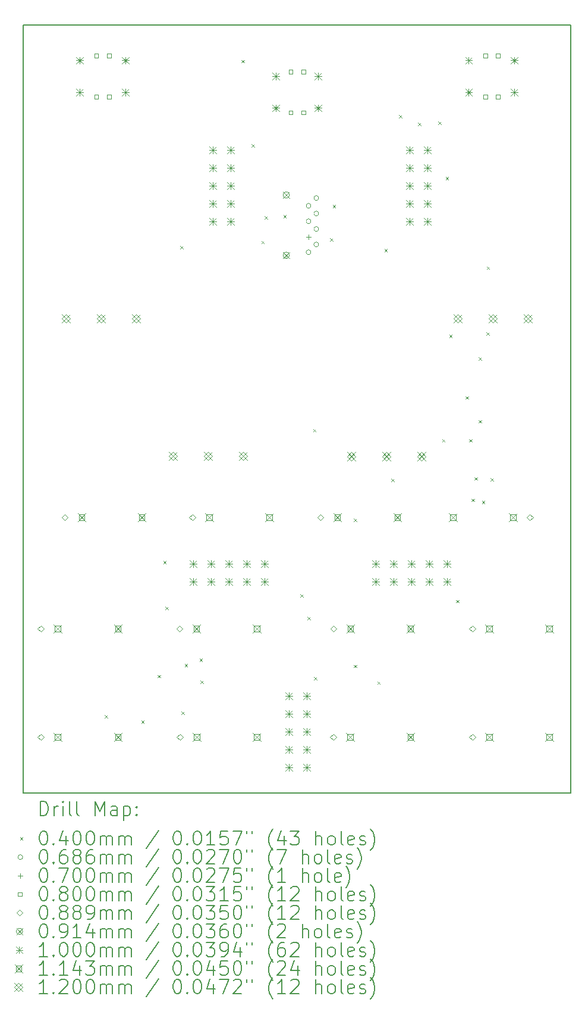
<source format=gbr>
%TF.GenerationSoftware,KiCad,Pcbnew,7.0.1-0*%
%TF.CreationDate,2023-04-05T16:04:38-07:00*%
%TF.ProjectId,Kit-Trig-Sampler,4b69742d-5472-4696-972d-53616d706c65,rev?*%
%TF.SameCoordinates,PXb71b00PY73f50f0*%
%TF.FileFunction,Drillmap*%
%TF.FilePolarity,Positive*%
%FSLAX45Y45*%
G04 Gerber Fmt 4.5, Leading zero omitted, Abs format (unit mm)*
G04 Created by KiCad (PCBNEW 7.0.1-0) date 2023-04-05 16:04:38*
%MOMM*%
%LPD*%
G01*
G04 APERTURE LIST*
%ADD10C,0.150000*%
%ADD11C,0.200000*%
%ADD12C,0.040000*%
%ADD13C,0.068580*%
%ADD14C,0.069977*%
%ADD15C,0.080000*%
%ADD16C,0.088900*%
%ADD17C,0.091440*%
%ADD18C,0.100000*%
%ADD19C,0.114300*%
%ADD20C,0.120000*%
G04 APERTURE END LIST*
D10*
X7798900Y-5380D02*
X7798900Y10916620D01*
X1100Y-5380D02*
X7798900Y-5380D01*
X1100Y10916620D02*
X7798900Y10916620D01*
X1100Y-5380D02*
X1100Y10916620D01*
D11*
D12*
X1158000Y1102000D02*
X1198000Y1062000D01*
X1198000Y1102000D02*
X1158000Y1062000D01*
X1680000Y1029000D02*
X1720000Y989000D01*
X1720000Y1029000D02*
X1680000Y989000D01*
X1913000Y1674000D02*
X1953000Y1634000D01*
X1953000Y1674000D02*
X1913000Y1634000D01*
X1994000Y3296000D02*
X2034000Y3256000D01*
X2034000Y3296000D02*
X1994000Y3256000D01*
X2021500Y2642500D02*
X2061500Y2602500D01*
X2061500Y2642500D02*
X2021500Y2602500D01*
X2235000Y7772000D02*
X2275000Y7732000D01*
X2275000Y7772000D02*
X2235000Y7732000D01*
X2253000Y1155000D02*
X2293000Y1115000D01*
X2293000Y1155000D02*
X2253000Y1115000D01*
X2299000Y1830000D02*
X2339000Y1790000D01*
X2339000Y1830000D02*
X2299000Y1790000D01*
X2511000Y1906000D02*
X2551000Y1866000D01*
X2551000Y1906000D02*
X2511000Y1866000D01*
X2521000Y1592000D02*
X2561000Y1552000D01*
X2561000Y1592000D02*
X2521000Y1552000D01*
X3106000Y10419550D02*
X3146000Y10379550D01*
X3146000Y10419550D02*
X3106000Y10379550D01*
X3249000Y9220550D02*
X3289000Y9180550D01*
X3289000Y9220550D02*
X3249000Y9180550D01*
X3391000Y7847000D02*
X3431000Y7807000D01*
X3431000Y7847000D02*
X3391000Y7807000D01*
X3435000Y8200000D02*
X3475000Y8160000D01*
X3475000Y8200000D02*
X3435000Y8160000D01*
X3704000Y8215000D02*
X3744000Y8175000D01*
X3744000Y8215000D02*
X3704000Y8175000D01*
X3948000Y2820000D02*
X3988000Y2780000D01*
X3988000Y2820000D02*
X3948000Y2780000D01*
X4046000Y2500000D02*
X4086000Y2460000D01*
X4086000Y2500000D02*
X4046000Y2460000D01*
X4128000Y5172000D02*
X4168000Y5132000D01*
X4168000Y5172000D02*
X4128000Y5132000D01*
X4139000Y1644000D02*
X4179000Y1604000D01*
X4179000Y1644000D02*
X4139000Y1604000D01*
X4371000Y7886000D02*
X4411000Y7846000D01*
X4411000Y7886000D02*
X4371000Y7846000D01*
X4408000Y8356000D02*
X4448000Y8316000D01*
X4448000Y8356000D02*
X4408000Y8316000D01*
X4705000Y1818000D02*
X4745000Y1778000D01*
X4745000Y1818000D02*
X4705000Y1778000D01*
X4708000Y3898000D02*
X4748000Y3858000D01*
X4748000Y3898000D02*
X4708000Y3858000D01*
X5043000Y1582000D02*
X5083000Y1542000D01*
X5083000Y1582000D02*
X5043000Y1542000D01*
X5144000Y7731000D02*
X5184000Y7691000D01*
X5184000Y7731000D02*
X5144000Y7691000D01*
X5240000Y4461000D02*
X5280000Y4421000D01*
X5280000Y4461000D02*
X5240000Y4421000D01*
X5352000Y9637000D02*
X5392000Y9597000D01*
X5392000Y9637000D02*
X5352000Y9597000D01*
X5624000Y9529000D02*
X5664000Y9489000D01*
X5664000Y9529000D02*
X5624000Y9489000D01*
X5912000Y9542000D02*
X5952000Y9502000D01*
X5952000Y9542000D02*
X5912000Y9502000D01*
X5965000Y5027000D02*
X6005000Y4987000D01*
X6005000Y5027000D02*
X5965000Y4987000D01*
X6015000Y8759000D02*
X6055000Y8719000D01*
X6055000Y8759000D02*
X6015000Y8719000D01*
X6065770Y6512230D02*
X6105770Y6472230D01*
X6105770Y6512230D02*
X6065770Y6472230D01*
X6162000Y2741000D02*
X6202000Y2701000D01*
X6202000Y2741000D02*
X6162000Y2701000D01*
X6298000Y5637000D02*
X6338000Y5597000D01*
X6338000Y5637000D02*
X6298000Y5597000D01*
X6351000Y5026000D02*
X6391000Y4986000D01*
X6391000Y5026000D02*
X6351000Y4986000D01*
X6384000Y4181000D02*
X6424000Y4141000D01*
X6424000Y4181000D02*
X6384000Y4141000D01*
X6425000Y4484000D02*
X6465000Y4444000D01*
X6465000Y4484000D02*
X6425000Y4444000D01*
X6483000Y6193000D02*
X6523000Y6153000D01*
X6523000Y6193000D02*
X6483000Y6153000D01*
X6483000Y5297000D02*
X6523000Y5257000D01*
X6523000Y5297000D02*
X6483000Y5257000D01*
X6532560Y4150440D02*
X6572560Y4110440D01*
X6572560Y4150440D02*
X6532560Y4110440D01*
X6595000Y6549000D02*
X6635000Y6509000D01*
X6635000Y6549000D02*
X6595000Y6509000D01*
X6601000Y7482000D02*
X6641000Y7442000D01*
X6641000Y7482000D02*
X6601000Y7442000D01*
X6655000Y4474000D02*
X6695000Y4434000D01*
X6695000Y4474000D02*
X6655000Y4434000D01*
D13*
X4097290Y8344993D02*
G75*
G03*
X4097290Y8344993I-34290J0D01*
G01*
X4097290Y8125004D02*
G75*
G03*
X4097290Y8125004I-34290J0D01*
G01*
X4097290Y7685025D02*
G75*
G03*
X4097290Y7685025I-34290J0D01*
G01*
X4207272Y8454975D02*
G75*
G03*
X4207272Y8454975I-34290J0D01*
G01*
X4207272Y8234986D02*
G75*
G03*
X4207272Y8234986I-34290J0D01*
G01*
X4207272Y8014996D02*
G75*
G03*
X4207272Y8014996I-34290J0D01*
G01*
X4207272Y7795007D02*
G75*
G03*
X4207272Y7795007I-34290J0D01*
G01*
D14*
X4063000Y7940003D02*
X4063000Y7870026D01*
X4028011Y7905014D02*
X4097988Y7905014D01*
D15*
X1068285Y10449992D02*
X1068285Y10506561D01*
X1011715Y10506561D01*
X1011715Y10449992D01*
X1068285Y10449992D01*
X1068285Y9869992D02*
X1068285Y9926561D01*
X1011715Y9926561D01*
X1011715Y9869992D01*
X1068285Y9869992D01*
X1248285Y10449992D02*
X1248285Y10506561D01*
X1191716Y10506561D01*
X1191716Y10449992D01*
X1248285Y10449992D01*
X1248285Y9869992D02*
X1248285Y9926561D01*
X1191716Y9926561D01*
X1191716Y9869992D01*
X1248285Y9869992D01*
X3838284Y10222492D02*
X3838284Y10279061D01*
X3781715Y10279061D01*
X3781715Y10222492D01*
X3838284Y10222492D01*
X3838284Y9642492D02*
X3838284Y9699061D01*
X3781715Y9699061D01*
X3781715Y9642492D01*
X3838284Y9642492D01*
X4018284Y10222492D02*
X4018284Y10279061D01*
X3961715Y10279061D01*
X3961715Y10222492D01*
X4018284Y10222492D01*
X4018284Y9642492D02*
X4018284Y9699061D01*
X3961715Y9699061D01*
X3961715Y9642492D01*
X4018284Y9642492D01*
X6608284Y10449992D02*
X6608284Y10506561D01*
X6551715Y10506561D01*
X6551715Y10449992D01*
X6608284Y10449992D01*
X6608284Y9869992D02*
X6608284Y9926561D01*
X6551715Y9926561D01*
X6551715Y9869992D01*
X6608284Y9869992D01*
X6788284Y10449992D02*
X6788284Y10506561D01*
X6731715Y10506561D01*
X6731715Y10449992D01*
X6788284Y10449992D01*
X6788284Y9869992D02*
X6788284Y9926561D01*
X6731715Y9926561D01*
X6731715Y9869992D01*
X6788284Y9869992D01*
D16*
X250920Y2288826D02*
X295370Y2333276D01*
X250920Y2377726D01*
X206470Y2333276D01*
X250920Y2288826D01*
X250920Y746326D02*
X295370Y790776D01*
X250920Y835226D01*
X206470Y790776D01*
X250920Y746326D01*
X590920Y3868826D02*
X635370Y3913276D01*
X590920Y3957726D01*
X546470Y3913276D01*
X590920Y3868826D01*
X2227720Y2288826D02*
X2272170Y2333276D01*
X2227720Y2377726D01*
X2183270Y2333276D01*
X2227720Y2288826D01*
X2230420Y746326D02*
X2274870Y790776D01*
X2230420Y835226D01*
X2185970Y790776D01*
X2230420Y746326D01*
X2408420Y3868826D02*
X2452870Y3913276D01*
X2408420Y3957726D01*
X2363970Y3913276D01*
X2408420Y3868826D01*
X4230920Y3868826D02*
X4275370Y3913276D01*
X4230920Y3957726D01*
X4186470Y3913276D01*
X4230920Y3868826D01*
X4416420Y746326D02*
X4460870Y790776D01*
X4416420Y835226D01*
X4371970Y790776D01*
X4416420Y746326D01*
X4419120Y2288826D02*
X4463570Y2333276D01*
X4419120Y2377726D01*
X4374670Y2333276D01*
X4419120Y2288826D01*
X6395920Y2288826D02*
X6440370Y2333276D01*
X6395920Y2377726D01*
X6351470Y2333276D01*
X6395920Y2288826D01*
X6395920Y746326D02*
X6440370Y790776D01*
X6395920Y835226D01*
X6351470Y790776D01*
X6395920Y746326D01*
X7216580Y3868826D02*
X7261030Y3913276D01*
X7216580Y3957726D01*
X7172130Y3913276D01*
X7216580Y3868826D01*
D17*
X3700288Y8544980D02*
X3791728Y8453540D01*
X3791728Y8544980D02*
X3700288Y8453540D01*
X3791728Y8499260D02*
G75*
G03*
X3791728Y8499260I-45720J0D01*
G01*
X3700288Y7686460D02*
X3791728Y7595020D01*
X3791728Y7686460D02*
X3700288Y7595020D01*
X3791728Y7640740D02*
G75*
G03*
X3791728Y7640740I-45720J0D01*
G01*
D18*
X755000Y10463276D02*
X855000Y10363276D01*
X855000Y10463276D02*
X755000Y10363276D01*
X805000Y10463276D02*
X805000Y10363276D01*
X755000Y10413276D02*
X855000Y10413276D01*
X755000Y10013276D02*
X855000Y9913276D01*
X855000Y10013276D02*
X755000Y9913276D01*
X805000Y10013276D02*
X805000Y9913276D01*
X755000Y9963276D02*
X855000Y9963276D01*
X1405000Y10463276D02*
X1505000Y10363276D01*
X1505000Y10463276D02*
X1405000Y10363276D01*
X1455000Y10463276D02*
X1455000Y10363276D01*
X1405000Y10413276D02*
X1505000Y10413276D01*
X1405000Y10013276D02*
X1505000Y9913276D01*
X1505000Y10013276D02*
X1405000Y9913276D01*
X1455000Y10013276D02*
X1455000Y9913276D01*
X1405000Y9963276D02*
X1505000Y9963276D01*
X2369198Y3306620D02*
X2469198Y3206620D01*
X2469198Y3306620D02*
X2369198Y3206620D01*
X2419198Y3306620D02*
X2419198Y3206620D01*
X2369198Y3256620D02*
X2469198Y3256620D01*
X2369198Y3052620D02*
X2469198Y2952620D01*
X2469198Y3052620D02*
X2369198Y2952620D01*
X2419198Y3052620D02*
X2419198Y2952620D01*
X2369198Y3002620D02*
X2469198Y3002620D01*
X2623198Y3306620D02*
X2723198Y3206620D01*
X2723198Y3306620D02*
X2623198Y3206620D01*
X2673198Y3306620D02*
X2673198Y3206620D01*
X2623198Y3256620D02*
X2723198Y3256620D01*
X2623198Y3052620D02*
X2723198Y2952620D01*
X2723198Y3052620D02*
X2623198Y2952620D01*
X2673198Y3052620D02*
X2673198Y2952620D01*
X2623198Y3002620D02*
X2723198Y3002620D01*
X2650198Y9187619D02*
X2750198Y9087619D01*
X2750198Y9187619D02*
X2650198Y9087619D01*
X2700198Y9187619D02*
X2700198Y9087619D01*
X2650198Y9137619D02*
X2750198Y9137619D01*
X2650198Y8933619D02*
X2750198Y8833619D01*
X2750198Y8933619D02*
X2650198Y8833619D01*
X2700198Y8933619D02*
X2700198Y8833619D01*
X2650198Y8883619D02*
X2750198Y8883619D01*
X2650198Y8679619D02*
X2750198Y8579619D01*
X2750198Y8679619D02*
X2650198Y8579619D01*
X2700198Y8679619D02*
X2700198Y8579619D01*
X2650198Y8629619D02*
X2750198Y8629619D01*
X2650198Y8425619D02*
X2750198Y8325619D01*
X2750198Y8425619D02*
X2650198Y8325619D01*
X2700198Y8425619D02*
X2700198Y8325619D01*
X2650198Y8375619D02*
X2750198Y8375619D01*
X2650198Y8171619D02*
X2750198Y8071619D01*
X2750198Y8171619D02*
X2650198Y8071619D01*
X2700198Y8171619D02*
X2700198Y8071619D01*
X2650198Y8121619D02*
X2750198Y8121619D01*
X2877198Y3306620D02*
X2977198Y3206620D01*
X2977198Y3306620D02*
X2877198Y3206620D01*
X2927198Y3306620D02*
X2927198Y3206620D01*
X2877198Y3256620D02*
X2977198Y3256620D01*
X2877198Y3052620D02*
X2977198Y2952620D01*
X2977198Y3052620D02*
X2877198Y2952620D01*
X2927198Y3052620D02*
X2927198Y2952620D01*
X2877198Y3002620D02*
X2977198Y3002620D01*
X2904198Y9187619D02*
X3004198Y9087619D01*
X3004198Y9187619D02*
X2904198Y9087619D01*
X2954198Y9187619D02*
X2954198Y9087619D01*
X2904198Y9137619D02*
X3004198Y9137619D01*
X2904198Y8933619D02*
X3004198Y8833619D01*
X3004198Y8933619D02*
X2904198Y8833619D01*
X2954198Y8933619D02*
X2954198Y8833619D01*
X2904198Y8883619D02*
X3004198Y8883619D01*
X2904198Y8679619D02*
X3004198Y8579619D01*
X3004198Y8679619D02*
X2904198Y8579619D01*
X2954198Y8679619D02*
X2954198Y8579619D01*
X2904198Y8629619D02*
X3004198Y8629619D01*
X2904198Y8425619D02*
X3004198Y8325619D01*
X3004198Y8425619D02*
X2904198Y8325619D01*
X2954198Y8425619D02*
X2954198Y8325619D01*
X2904198Y8375619D02*
X3004198Y8375619D01*
X2904198Y8171619D02*
X3004198Y8071619D01*
X3004198Y8171619D02*
X2904198Y8071619D01*
X2954198Y8171619D02*
X2954198Y8071619D01*
X2904198Y8121619D02*
X3004198Y8121619D01*
X3131198Y3306620D02*
X3231198Y3206620D01*
X3231198Y3306620D02*
X3131198Y3206620D01*
X3181198Y3306620D02*
X3181198Y3206620D01*
X3131198Y3256620D02*
X3231198Y3256620D01*
X3131198Y3052620D02*
X3231198Y2952620D01*
X3231198Y3052620D02*
X3131198Y2952620D01*
X3181198Y3052620D02*
X3181198Y2952620D01*
X3131198Y3002620D02*
X3231198Y3002620D01*
X3385198Y3306620D02*
X3485198Y3206620D01*
X3485198Y3306620D02*
X3385198Y3206620D01*
X3435198Y3306620D02*
X3435198Y3206620D01*
X3385198Y3256620D02*
X3485198Y3256620D01*
X3385198Y3052620D02*
X3485198Y2952620D01*
X3485198Y3052620D02*
X3385198Y2952620D01*
X3435198Y3052620D02*
X3435198Y2952620D01*
X3385198Y3002620D02*
X3485198Y3002620D01*
X3550400Y10235776D02*
X3650400Y10135776D01*
X3650400Y10235776D02*
X3550400Y10135776D01*
X3600400Y10235776D02*
X3600400Y10135776D01*
X3550400Y10185776D02*
X3650400Y10185776D01*
X3550400Y9785776D02*
X3650400Y9685776D01*
X3650400Y9785776D02*
X3550400Y9685776D01*
X3600400Y9785776D02*
X3600400Y9685776D01*
X3550400Y9735776D02*
X3650400Y9735776D01*
X3733000Y1427000D02*
X3833000Y1327000D01*
X3833000Y1427000D02*
X3733000Y1327000D01*
X3783000Y1427000D02*
X3783000Y1327000D01*
X3733000Y1377000D02*
X3833000Y1377000D01*
X3733000Y1173000D02*
X3833000Y1073000D01*
X3833000Y1173000D02*
X3733000Y1073000D01*
X3783000Y1173000D02*
X3783000Y1073000D01*
X3733000Y1123000D02*
X3833000Y1123000D01*
X3733000Y919000D02*
X3833000Y819000D01*
X3833000Y919000D02*
X3733000Y819000D01*
X3783000Y919000D02*
X3783000Y819000D01*
X3733000Y869000D02*
X3833000Y869000D01*
X3733000Y665000D02*
X3833000Y565000D01*
X3833000Y665000D02*
X3733000Y565000D01*
X3783000Y665000D02*
X3783000Y565000D01*
X3733000Y615000D02*
X3833000Y615000D01*
X3733000Y411000D02*
X3833000Y311000D01*
X3833000Y411000D02*
X3733000Y311000D01*
X3783000Y411000D02*
X3783000Y311000D01*
X3733000Y361000D02*
X3833000Y361000D01*
X3987000Y1427000D02*
X4087000Y1327000D01*
X4087000Y1427000D02*
X3987000Y1327000D01*
X4037000Y1427000D02*
X4037000Y1327000D01*
X3987000Y1377000D02*
X4087000Y1377000D01*
X3987000Y1173000D02*
X4087000Y1073000D01*
X4087000Y1173000D02*
X3987000Y1073000D01*
X4037000Y1173000D02*
X4037000Y1073000D01*
X3987000Y1123000D02*
X4087000Y1123000D01*
X3987000Y919000D02*
X4087000Y819000D01*
X4087000Y919000D02*
X3987000Y819000D01*
X4037000Y919000D02*
X4037000Y819000D01*
X3987000Y869000D02*
X4087000Y869000D01*
X3987000Y665000D02*
X4087000Y565000D01*
X4087000Y665000D02*
X3987000Y565000D01*
X4037000Y665000D02*
X4037000Y565000D01*
X3987000Y615000D02*
X4087000Y615000D01*
X3987000Y411000D02*
X4087000Y311000D01*
X4087000Y411000D02*
X3987000Y311000D01*
X4037000Y411000D02*
X4037000Y311000D01*
X3987000Y361000D02*
X4087000Y361000D01*
X4149600Y10235776D02*
X4249600Y10135776D01*
X4249600Y10235776D02*
X4149600Y10135776D01*
X4199600Y10235776D02*
X4199600Y10135776D01*
X4149600Y10185776D02*
X4249600Y10185776D01*
X4149600Y9785776D02*
X4249600Y9685776D01*
X4249600Y9785776D02*
X4149600Y9685776D01*
X4199600Y9785776D02*
X4199600Y9685776D01*
X4149600Y9735776D02*
X4249600Y9735776D01*
X4969200Y3306620D02*
X5069200Y3206620D01*
X5069200Y3306620D02*
X4969200Y3206620D01*
X5019200Y3306620D02*
X5019200Y3206620D01*
X4969200Y3256620D02*
X5069200Y3256620D01*
X4969200Y3052620D02*
X5069200Y2952620D01*
X5069200Y3052620D02*
X4969200Y2952620D01*
X5019200Y3052620D02*
X5019200Y2952620D01*
X4969200Y3002620D02*
X5069200Y3002620D01*
X5223200Y3306620D02*
X5323200Y3206620D01*
X5323200Y3306620D02*
X5223200Y3206620D01*
X5273200Y3306620D02*
X5273200Y3206620D01*
X5223200Y3256620D02*
X5323200Y3256620D01*
X5223200Y3052620D02*
X5323200Y2952620D01*
X5323200Y3052620D02*
X5223200Y2952620D01*
X5273200Y3052620D02*
X5273200Y2952620D01*
X5223200Y3002620D02*
X5323200Y3002620D01*
X5450200Y9187619D02*
X5550200Y9087619D01*
X5550200Y9187619D02*
X5450200Y9087619D01*
X5500200Y9187619D02*
X5500200Y9087619D01*
X5450200Y9137619D02*
X5550200Y9137619D01*
X5450200Y8933619D02*
X5550200Y8833619D01*
X5550200Y8933619D02*
X5450200Y8833619D01*
X5500200Y8933619D02*
X5500200Y8833619D01*
X5450200Y8883619D02*
X5550200Y8883619D01*
X5450200Y8679619D02*
X5550200Y8579619D01*
X5550200Y8679619D02*
X5450200Y8579619D01*
X5500200Y8679619D02*
X5500200Y8579619D01*
X5450200Y8629619D02*
X5550200Y8629619D01*
X5450200Y8425619D02*
X5550200Y8325619D01*
X5550200Y8425619D02*
X5450200Y8325619D01*
X5500200Y8425619D02*
X5500200Y8325619D01*
X5450200Y8375619D02*
X5550200Y8375619D01*
X5450200Y8171619D02*
X5550200Y8071619D01*
X5550200Y8171619D02*
X5450200Y8071619D01*
X5500200Y8171619D02*
X5500200Y8071619D01*
X5450200Y8121619D02*
X5550200Y8121619D01*
X5477200Y3306620D02*
X5577200Y3206620D01*
X5577200Y3306620D02*
X5477200Y3206620D01*
X5527200Y3306620D02*
X5527200Y3206620D01*
X5477200Y3256620D02*
X5577200Y3256620D01*
X5477200Y3052620D02*
X5577200Y2952620D01*
X5577200Y3052620D02*
X5477200Y2952620D01*
X5527200Y3052620D02*
X5527200Y2952620D01*
X5477200Y3002620D02*
X5577200Y3002620D01*
X5704200Y9187619D02*
X5804200Y9087619D01*
X5804200Y9187619D02*
X5704200Y9087619D01*
X5754200Y9187619D02*
X5754200Y9087619D01*
X5704200Y9137619D02*
X5804200Y9137619D01*
X5704200Y8933619D02*
X5804200Y8833619D01*
X5804200Y8933619D02*
X5704200Y8833619D01*
X5754200Y8933619D02*
X5754200Y8833619D01*
X5704200Y8883619D02*
X5804200Y8883619D01*
X5704200Y8679619D02*
X5804200Y8579619D01*
X5804200Y8679619D02*
X5704200Y8579619D01*
X5754200Y8679619D02*
X5754200Y8579619D01*
X5704200Y8629619D02*
X5804200Y8629619D01*
X5704200Y8425619D02*
X5804200Y8325619D01*
X5804200Y8425619D02*
X5704200Y8325619D01*
X5754200Y8425619D02*
X5754200Y8325619D01*
X5704200Y8375619D02*
X5804200Y8375619D01*
X5704200Y8171619D02*
X5804200Y8071619D01*
X5804200Y8171619D02*
X5704200Y8071619D01*
X5754200Y8171619D02*
X5754200Y8071619D01*
X5704200Y8121619D02*
X5804200Y8121619D01*
X5731200Y3306620D02*
X5831200Y3206620D01*
X5831200Y3306620D02*
X5731200Y3206620D01*
X5781200Y3306620D02*
X5781200Y3206620D01*
X5731200Y3256620D02*
X5831200Y3256620D01*
X5731200Y3052620D02*
X5831200Y2952620D01*
X5831200Y3052620D02*
X5731200Y2952620D01*
X5781200Y3052620D02*
X5781200Y2952620D01*
X5731200Y3002620D02*
X5831200Y3002620D01*
X5985200Y3306620D02*
X6085200Y3206620D01*
X6085200Y3306620D02*
X5985200Y3206620D01*
X6035200Y3306620D02*
X6035200Y3206620D01*
X5985200Y3256620D02*
X6085200Y3256620D01*
X5985200Y3052620D02*
X6085200Y2952620D01*
X6085200Y3052620D02*
X5985200Y2952620D01*
X6035200Y3052620D02*
X6035200Y2952620D01*
X5985200Y3002620D02*
X6085200Y3002620D01*
X6295000Y10463276D02*
X6395000Y10363276D01*
X6395000Y10463276D02*
X6295000Y10363276D01*
X6345000Y10463276D02*
X6345000Y10363276D01*
X6295000Y10413276D02*
X6395000Y10413276D01*
X6295000Y10013276D02*
X6395000Y9913276D01*
X6395000Y10013276D02*
X6295000Y9913276D01*
X6345000Y10013276D02*
X6345000Y9913276D01*
X6295000Y9963276D02*
X6395000Y9963276D01*
X6945000Y10463276D02*
X7045000Y10363276D01*
X7045000Y10463276D02*
X6945000Y10363276D01*
X6995000Y10463276D02*
X6995000Y10363276D01*
X6945000Y10413276D02*
X7045000Y10413276D01*
X6945000Y10013276D02*
X7045000Y9913276D01*
X7045000Y10013276D02*
X6945000Y9913276D01*
X6995000Y10013276D02*
X6995000Y9913276D01*
X6945000Y9963276D02*
X7045000Y9963276D01*
D19*
X435070Y2390426D02*
X549370Y2276126D01*
X549370Y2390426D02*
X435070Y2276126D01*
X532632Y2292865D02*
X532632Y2373688D01*
X451808Y2373688D01*
X451808Y2292865D01*
X532632Y2292865D01*
X435070Y847926D02*
X549370Y733626D01*
X549370Y847926D02*
X435070Y733626D01*
X532632Y750365D02*
X532632Y831188D01*
X451808Y831188D01*
X451808Y750365D01*
X532632Y750365D01*
X775070Y3970426D02*
X889370Y3856126D01*
X889370Y3970426D02*
X775070Y3856126D01*
X872631Y3872865D02*
X872631Y3953688D01*
X791808Y3953688D01*
X791808Y3872865D01*
X872631Y3872865D01*
X1291050Y2390426D02*
X1405350Y2276126D01*
X1405350Y2390426D02*
X1291050Y2276126D01*
X1388612Y2292865D02*
X1388612Y2373688D01*
X1307789Y2373688D01*
X1307789Y2292865D01*
X1388612Y2292865D01*
X1291050Y847926D02*
X1405350Y733626D01*
X1405350Y847926D02*
X1291050Y733626D01*
X1388612Y750365D02*
X1388612Y831188D01*
X1307789Y831188D01*
X1307789Y750365D01*
X1388612Y750365D01*
X1631050Y3970426D02*
X1745350Y3856126D01*
X1745350Y3970426D02*
X1631050Y3856126D01*
X1728611Y3872865D02*
X1728611Y3953688D01*
X1647788Y3953688D01*
X1647788Y3872865D01*
X1728611Y3872865D01*
X2411870Y2390426D02*
X2526170Y2276126D01*
X2526170Y2390426D02*
X2411870Y2276126D01*
X2509432Y2292865D02*
X2509432Y2373688D01*
X2428609Y2373688D01*
X2428609Y2292865D01*
X2509432Y2292865D01*
X2414570Y847926D02*
X2528870Y733626D01*
X2528870Y847926D02*
X2414570Y733626D01*
X2512132Y750365D02*
X2512132Y831188D01*
X2431309Y831188D01*
X2431309Y750365D01*
X2512132Y750365D01*
X2592570Y3970426D02*
X2706870Y3856126D01*
X2706870Y3970426D02*
X2592570Y3856126D01*
X2690132Y3872865D02*
X2690132Y3953688D01*
X2609309Y3953688D01*
X2609309Y3872865D01*
X2690132Y3872865D01*
X3267850Y2390426D02*
X3382150Y2276126D01*
X3382150Y2390426D02*
X3267850Y2276126D01*
X3365411Y2292865D02*
X3365411Y2373688D01*
X3284588Y2373688D01*
X3284588Y2292865D01*
X3365411Y2292865D01*
X3270550Y847926D02*
X3384850Y733626D01*
X3384850Y847926D02*
X3270550Y733626D01*
X3368111Y750365D02*
X3368111Y831188D01*
X3287288Y831188D01*
X3287288Y750365D01*
X3368111Y750365D01*
X3448550Y3970426D02*
X3562850Y3856126D01*
X3562850Y3970426D02*
X3448550Y3856126D01*
X3546111Y3872865D02*
X3546111Y3953688D01*
X3465288Y3953688D01*
X3465288Y3872865D01*
X3546111Y3872865D01*
X4415070Y3970426D02*
X4529370Y3856126D01*
X4529370Y3970426D02*
X4415070Y3856126D01*
X4512632Y3872865D02*
X4512632Y3953688D01*
X4431809Y3953688D01*
X4431809Y3872865D01*
X4512632Y3872865D01*
X4600570Y847926D02*
X4714870Y733626D01*
X4714870Y847926D02*
X4600570Y733626D01*
X4698132Y750365D02*
X4698132Y831188D01*
X4617309Y831188D01*
X4617309Y750365D01*
X4698132Y750365D01*
X4603270Y2390426D02*
X4717570Y2276126D01*
X4717570Y2390426D02*
X4603270Y2276126D01*
X4700832Y2292865D02*
X4700832Y2373688D01*
X4620009Y2373688D01*
X4620009Y2292865D01*
X4700832Y2292865D01*
X5271050Y3970426D02*
X5385350Y3856126D01*
X5385350Y3970426D02*
X5271050Y3856126D01*
X5368612Y3872865D02*
X5368612Y3953688D01*
X5287789Y3953688D01*
X5287789Y3872865D01*
X5368612Y3872865D01*
X5456550Y847926D02*
X5570850Y733626D01*
X5570850Y847926D02*
X5456550Y733626D01*
X5554112Y750365D02*
X5554112Y831188D01*
X5473289Y831188D01*
X5473289Y750365D01*
X5554112Y750365D01*
X5459250Y2390426D02*
X5573550Y2276126D01*
X5573550Y2390426D02*
X5459250Y2276126D01*
X5556812Y2292865D02*
X5556812Y2373688D01*
X5475989Y2373688D01*
X5475989Y2292865D01*
X5556812Y2292865D01*
X6062150Y3970426D02*
X6176450Y3856126D01*
X6176450Y3970426D02*
X6062150Y3856126D01*
X6159711Y3872865D02*
X6159711Y3953688D01*
X6078888Y3953688D01*
X6078888Y3872865D01*
X6159711Y3872865D01*
X6580070Y2390426D02*
X6694370Y2276126D01*
X6694370Y2390426D02*
X6580070Y2276126D01*
X6677631Y2292865D02*
X6677631Y2373688D01*
X6596808Y2373688D01*
X6596808Y2292865D01*
X6677631Y2292865D01*
X6580070Y847926D02*
X6694370Y733626D01*
X6694370Y847926D02*
X6580070Y733626D01*
X6677631Y750365D02*
X6677631Y831188D01*
X6596808Y831188D01*
X6596808Y750365D01*
X6677631Y750365D01*
X6918130Y3970426D02*
X7032430Y3856126D01*
X7032430Y3970426D02*
X6918130Y3856126D01*
X7015691Y3872865D02*
X7015691Y3953688D01*
X6934868Y3953688D01*
X6934868Y3872865D01*
X7015691Y3872865D01*
X7436050Y2390426D02*
X7550350Y2276126D01*
X7550350Y2390426D02*
X7436050Y2276126D01*
X7533611Y2292865D02*
X7533611Y2373688D01*
X7452788Y2373688D01*
X7452788Y2292865D01*
X7533611Y2292865D01*
X7436050Y847926D02*
X7550350Y733626D01*
X7550350Y847926D02*
X7436050Y733626D01*
X7533611Y750365D02*
X7533611Y831188D01*
X7452788Y831188D01*
X7452788Y750365D01*
X7533611Y750365D01*
D20*
X550000Y6805376D02*
X670000Y6685376D01*
X670000Y6805376D02*
X550000Y6685376D01*
X610000Y6685376D02*
X670000Y6745376D01*
X610000Y6805376D01*
X550000Y6745376D01*
X610000Y6685376D01*
X1050000Y6805376D02*
X1170000Y6685376D01*
X1170000Y6805376D02*
X1050000Y6685376D01*
X1110000Y6685376D02*
X1170000Y6745376D01*
X1110000Y6805376D01*
X1050000Y6745376D01*
X1110000Y6685376D01*
X1550000Y6805376D02*
X1670000Y6685376D01*
X1670000Y6805376D02*
X1550000Y6685376D01*
X1610000Y6685376D02*
X1670000Y6745376D01*
X1610000Y6805376D01*
X1550000Y6745376D01*
X1610000Y6685376D01*
X2070000Y4846600D02*
X2190000Y4726600D01*
X2190000Y4846600D02*
X2070000Y4726600D01*
X2130000Y4726600D02*
X2190000Y4786600D01*
X2130000Y4846600D01*
X2070000Y4786600D01*
X2130000Y4726600D01*
X2570000Y4846600D02*
X2690000Y4726600D01*
X2690000Y4846600D02*
X2570000Y4726600D01*
X2630000Y4726600D02*
X2690000Y4786600D01*
X2630000Y4846600D01*
X2570000Y4786600D01*
X2630000Y4726600D01*
X3070000Y4846600D02*
X3190000Y4726600D01*
X3190000Y4846600D02*
X3070000Y4726600D01*
X3130000Y4726600D02*
X3190000Y4786600D01*
X3130000Y4846600D01*
X3070000Y4786600D01*
X3130000Y4726600D01*
X4610000Y4842168D02*
X4730000Y4722168D01*
X4730000Y4842168D02*
X4610000Y4722168D01*
X4670000Y4722168D02*
X4730000Y4782168D01*
X4670000Y4842168D01*
X4610000Y4782168D01*
X4670000Y4722168D01*
X5110000Y4842168D02*
X5230000Y4722168D01*
X5230000Y4842168D02*
X5110000Y4722168D01*
X5170000Y4722168D02*
X5230000Y4782168D01*
X5170000Y4842168D01*
X5110000Y4782168D01*
X5170000Y4722168D01*
X5610000Y4842168D02*
X5730000Y4722168D01*
X5730000Y4842168D02*
X5610000Y4722168D01*
X5670000Y4722168D02*
X5730000Y4782168D01*
X5670000Y4842168D01*
X5610000Y4782168D01*
X5670000Y4722168D01*
X6130000Y6805376D02*
X6250000Y6685376D01*
X6250000Y6805376D02*
X6130000Y6685376D01*
X6190000Y6685376D02*
X6250000Y6745376D01*
X6190000Y6805376D01*
X6130000Y6745376D01*
X6190000Y6685376D01*
X6630000Y6805376D02*
X6750000Y6685376D01*
X6750000Y6805376D02*
X6630000Y6685376D01*
X6690000Y6685376D02*
X6750000Y6745376D01*
X6690000Y6805376D01*
X6630000Y6745376D01*
X6690000Y6685376D01*
X7130000Y6805376D02*
X7250000Y6685376D01*
X7250000Y6805376D02*
X7130000Y6685376D01*
X7190000Y6685376D02*
X7250000Y6745376D01*
X7190000Y6805376D01*
X7130000Y6745376D01*
X7190000Y6685376D01*
D11*
X241219Y-325404D02*
X241219Y-125404D01*
X241219Y-125404D02*
X288838Y-125404D01*
X288838Y-125404D02*
X317410Y-134928D01*
X317410Y-134928D02*
X336457Y-153975D01*
X336457Y-153975D02*
X345981Y-173023D01*
X345981Y-173023D02*
X355505Y-211118D01*
X355505Y-211118D02*
X355505Y-239689D01*
X355505Y-239689D02*
X345981Y-277785D01*
X345981Y-277785D02*
X336457Y-296832D01*
X336457Y-296832D02*
X317410Y-315880D01*
X317410Y-315880D02*
X288838Y-325404D01*
X288838Y-325404D02*
X241219Y-325404D01*
X441219Y-325404D02*
X441219Y-192070D01*
X441219Y-230166D02*
X450743Y-211118D01*
X450743Y-211118D02*
X460267Y-201594D01*
X460267Y-201594D02*
X479314Y-192070D01*
X479314Y-192070D02*
X498362Y-192070D01*
X565029Y-325404D02*
X565029Y-192070D01*
X565029Y-125404D02*
X555505Y-134928D01*
X555505Y-134928D02*
X565029Y-144451D01*
X565029Y-144451D02*
X574552Y-134928D01*
X574552Y-134928D02*
X565029Y-125404D01*
X565029Y-125404D02*
X565029Y-144451D01*
X688838Y-325404D02*
X669790Y-315880D01*
X669790Y-315880D02*
X660267Y-296832D01*
X660267Y-296832D02*
X660267Y-125404D01*
X793600Y-325404D02*
X774552Y-315880D01*
X774552Y-315880D02*
X765028Y-296832D01*
X765028Y-296832D02*
X765028Y-125404D01*
X1022171Y-325404D02*
X1022171Y-125404D01*
X1022171Y-125404D02*
X1088838Y-268261D01*
X1088838Y-268261D02*
X1155505Y-125404D01*
X1155505Y-125404D02*
X1155505Y-325404D01*
X1336457Y-325404D02*
X1336457Y-220642D01*
X1336457Y-220642D02*
X1326933Y-201594D01*
X1326933Y-201594D02*
X1307886Y-192070D01*
X1307886Y-192070D02*
X1269790Y-192070D01*
X1269790Y-192070D02*
X1250743Y-201594D01*
X1336457Y-315880D02*
X1317410Y-325404D01*
X1317410Y-325404D02*
X1269790Y-325404D01*
X1269790Y-325404D02*
X1250743Y-315880D01*
X1250743Y-315880D02*
X1241219Y-296832D01*
X1241219Y-296832D02*
X1241219Y-277785D01*
X1241219Y-277785D02*
X1250743Y-258737D01*
X1250743Y-258737D02*
X1269790Y-249213D01*
X1269790Y-249213D02*
X1317410Y-249213D01*
X1317410Y-249213D02*
X1336457Y-239689D01*
X1431695Y-192070D02*
X1431695Y-392070D01*
X1431695Y-201594D02*
X1450743Y-192070D01*
X1450743Y-192070D02*
X1488838Y-192070D01*
X1488838Y-192070D02*
X1507886Y-201594D01*
X1507886Y-201594D02*
X1517409Y-211118D01*
X1517409Y-211118D02*
X1526933Y-230166D01*
X1526933Y-230166D02*
X1526933Y-287309D01*
X1526933Y-287309D02*
X1517409Y-306356D01*
X1517409Y-306356D02*
X1507886Y-315880D01*
X1507886Y-315880D02*
X1488838Y-325404D01*
X1488838Y-325404D02*
X1450743Y-325404D01*
X1450743Y-325404D02*
X1431695Y-315880D01*
X1612648Y-306356D02*
X1622171Y-315880D01*
X1622171Y-315880D02*
X1612648Y-325404D01*
X1612648Y-325404D02*
X1603124Y-315880D01*
X1603124Y-315880D02*
X1612648Y-306356D01*
X1612648Y-306356D02*
X1612648Y-325404D01*
X1612648Y-201594D02*
X1622171Y-211118D01*
X1622171Y-211118D02*
X1612648Y-220642D01*
X1612648Y-220642D02*
X1603124Y-211118D01*
X1603124Y-211118D02*
X1612648Y-201594D01*
X1612648Y-201594D02*
X1612648Y-220642D01*
D12*
X-46400Y-632880D02*
X-6400Y-672880D01*
X-6400Y-632880D02*
X-46400Y-672880D01*
D11*
X279314Y-545404D02*
X298362Y-545404D01*
X298362Y-545404D02*
X317410Y-554928D01*
X317410Y-554928D02*
X326933Y-564451D01*
X326933Y-564451D02*
X336457Y-583499D01*
X336457Y-583499D02*
X345981Y-621594D01*
X345981Y-621594D02*
X345981Y-669213D01*
X345981Y-669213D02*
X336457Y-707308D01*
X336457Y-707308D02*
X326933Y-726356D01*
X326933Y-726356D02*
X317410Y-735880D01*
X317410Y-735880D02*
X298362Y-745404D01*
X298362Y-745404D02*
X279314Y-745404D01*
X279314Y-745404D02*
X260267Y-735880D01*
X260267Y-735880D02*
X250743Y-726356D01*
X250743Y-726356D02*
X241219Y-707308D01*
X241219Y-707308D02*
X231695Y-669213D01*
X231695Y-669213D02*
X231695Y-621594D01*
X231695Y-621594D02*
X241219Y-583499D01*
X241219Y-583499D02*
X250743Y-564451D01*
X250743Y-564451D02*
X260267Y-554928D01*
X260267Y-554928D02*
X279314Y-545404D01*
X431695Y-726356D02*
X441219Y-735880D01*
X441219Y-735880D02*
X431695Y-745404D01*
X431695Y-745404D02*
X422171Y-735880D01*
X422171Y-735880D02*
X431695Y-726356D01*
X431695Y-726356D02*
X431695Y-745404D01*
X612648Y-612070D02*
X612648Y-745404D01*
X565029Y-535880D02*
X517409Y-678737D01*
X517409Y-678737D02*
X641219Y-678737D01*
X755505Y-545404D02*
X774552Y-545404D01*
X774552Y-545404D02*
X793600Y-554928D01*
X793600Y-554928D02*
X803124Y-564451D01*
X803124Y-564451D02*
X812648Y-583499D01*
X812648Y-583499D02*
X822171Y-621594D01*
X822171Y-621594D02*
X822171Y-669213D01*
X822171Y-669213D02*
X812648Y-707308D01*
X812648Y-707308D02*
X803124Y-726356D01*
X803124Y-726356D02*
X793600Y-735880D01*
X793600Y-735880D02*
X774552Y-745404D01*
X774552Y-745404D02*
X755505Y-745404D01*
X755505Y-745404D02*
X736457Y-735880D01*
X736457Y-735880D02*
X726933Y-726356D01*
X726933Y-726356D02*
X717409Y-707308D01*
X717409Y-707308D02*
X707886Y-669213D01*
X707886Y-669213D02*
X707886Y-621594D01*
X707886Y-621594D02*
X717409Y-583499D01*
X717409Y-583499D02*
X726933Y-564451D01*
X726933Y-564451D02*
X736457Y-554928D01*
X736457Y-554928D02*
X755505Y-545404D01*
X945981Y-545404D02*
X965029Y-545404D01*
X965029Y-545404D02*
X984076Y-554928D01*
X984076Y-554928D02*
X993600Y-564451D01*
X993600Y-564451D02*
X1003124Y-583499D01*
X1003124Y-583499D02*
X1012648Y-621594D01*
X1012648Y-621594D02*
X1012648Y-669213D01*
X1012648Y-669213D02*
X1003124Y-707308D01*
X1003124Y-707308D02*
X993600Y-726356D01*
X993600Y-726356D02*
X984076Y-735880D01*
X984076Y-735880D02*
X965029Y-745404D01*
X965029Y-745404D02*
X945981Y-745404D01*
X945981Y-745404D02*
X926933Y-735880D01*
X926933Y-735880D02*
X917409Y-726356D01*
X917409Y-726356D02*
X907886Y-707308D01*
X907886Y-707308D02*
X898362Y-669213D01*
X898362Y-669213D02*
X898362Y-621594D01*
X898362Y-621594D02*
X907886Y-583499D01*
X907886Y-583499D02*
X917409Y-564451D01*
X917409Y-564451D02*
X926933Y-554928D01*
X926933Y-554928D02*
X945981Y-545404D01*
X1098362Y-745404D02*
X1098362Y-612070D01*
X1098362Y-631118D02*
X1107886Y-621594D01*
X1107886Y-621594D02*
X1126933Y-612070D01*
X1126933Y-612070D02*
X1155505Y-612070D01*
X1155505Y-612070D02*
X1174552Y-621594D01*
X1174552Y-621594D02*
X1184076Y-640642D01*
X1184076Y-640642D02*
X1184076Y-745404D01*
X1184076Y-640642D02*
X1193600Y-621594D01*
X1193600Y-621594D02*
X1212648Y-612070D01*
X1212648Y-612070D02*
X1241219Y-612070D01*
X1241219Y-612070D02*
X1260267Y-621594D01*
X1260267Y-621594D02*
X1269791Y-640642D01*
X1269791Y-640642D02*
X1269791Y-745404D01*
X1365029Y-745404D02*
X1365029Y-612070D01*
X1365029Y-631118D02*
X1374552Y-621594D01*
X1374552Y-621594D02*
X1393600Y-612070D01*
X1393600Y-612070D02*
X1422171Y-612070D01*
X1422171Y-612070D02*
X1441219Y-621594D01*
X1441219Y-621594D02*
X1450743Y-640642D01*
X1450743Y-640642D02*
X1450743Y-745404D01*
X1450743Y-640642D02*
X1460267Y-621594D01*
X1460267Y-621594D02*
X1479314Y-612070D01*
X1479314Y-612070D02*
X1507886Y-612070D01*
X1507886Y-612070D02*
X1526933Y-621594D01*
X1526933Y-621594D02*
X1536457Y-640642D01*
X1536457Y-640642D02*
X1536457Y-745404D01*
X1926933Y-535880D02*
X1755505Y-793023D01*
X2184076Y-545404D02*
X2203124Y-545404D01*
X2203124Y-545404D02*
X2222172Y-554928D01*
X2222172Y-554928D02*
X2231695Y-564451D01*
X2231695Y-564451D02*
X2241219Y-583499D01*
X2241219Y-583499D02*
X2250743Y-621594D01*
X2250743Y-621594D02*
X2250743Y-669213D01*
X2250743Y-669213D02*
X2241219Y-707308D01*
X2241219Y-707308D02*
X2231695Y-726356D01*
X2231695Y-726356D02*
X2222172Y-735880D01*
X2222172Y-735880D02*
X2203124Y-745404D01*
X2203124Y-745404D02*
X2184076Y-745404D01*
X2184076Y-745404D02*
X2165029Y-735880D01*
X2165029Y-735880D02*
X2155505Y-726356D01*
X2155505Y-726356D02*
X2145981Y-707308D01*
X2145981Y-707308D02*
X2136457Y-669213D01*
X2136457Y-669213D02*
X2136457Y-621594D01*
X2136457Y-621594D02*
X2145981Y-583499D01*
X2145981Y-583499D02*
X2155505Y-564451D01*
X2155505Y-564451D02*
X2165029Y-554928D01*
X2165029Y-554928D02*
X2184076Y-545404D01*
X2336457Y-726356D02*
X2345981Y-735880D01*
X2345981Y-735880D02*
X2336457Y-745404D01*
X2336457Y-745404D02*
X2326934Y-735880D01*
X2326934Y-735880D02*
X2336457Y-726356D01*
X2336457Y-726356D02*
X2336457Y-745404D01*
X2469791Y-545404D02*
X2488838Y-545404D01*
X2488838Y-545404D02*
X2507886Y-554928D01*
X2507886Y-554928D02*
X2517410Y-564451D01*
X2517410Y-564451D02*
X2526934Y-583499D01*
X2526934Y-583499D02*
X2536457Y-621594D01*
X2536457Y-621594D02*
X2536457Y-669213D01*
X2536457Y-669213D02*
X2526934Y-707308D01*
X2526934Y-707308D02*
X2517410Y-726356D01*
X2517410Y-726356D02*
X2507886Y-735880D01*
X2507886Y-735880D02*
X2488838Y-745404D01*
X2488838Y-745404D02*
X2469791Y-745404D01*
X2469791Y-745404D02*
X2450743Y-735880D01*
X2450743Y-735880D02*
X2441219Y-726356D01*
X2441219Y-726356D02*
X2431695Y-707308D01*
X2431695Y-707308D02*
X2422172Y-669213D01*
X2422172Y-669213D02*
X2422172Y-621594D01*
X2422172Y-621594D02*
X2431695Y-583499D01*
X2431695Y-583499D02*
X2441219Y-564451D01*
X2441219Y-564451D02*
X2450743Y-554928D01*
X2450743Y-554928D02*
X2469791Y-545404D01*
X2726934Y-745404D02*
X2612648Y-745404D01*
X2669791Y-745404D02*
X2669791Y-545404D01*
X2669791Y-545404D02*
X2650743Y-573975D01*
X2650743Y-573975D02*
X2631695Y-593023D01*
X2631695Y-593023D02*
X2612648Y-602547D01*
X2907886Y-545404D02*
X2812648Y-545404D01*
X2812648Y-545404D02*
X2803124Y-640642D01*
X2803124Y-640642D02*
X2812648Y-631118D01*
X2812648Y-631118D02*
X2831695Y-621594D01*
X2831695Y-621594D02*
X2879314Y-621594D01*
X2879314Y-621594D02*
X2898362Y-631118D01*
X2898362Y-631118D02*
X2907886Y-640642D01*
X2907886Y-640642D02*
X2917410Y-659690D01*
X2917410Y-659690D02*
X2917410Y-707308D01*
X2917410Y-707308D02*
X2907886Y-726356D01*
X2907886Y-726356D02*
X2898362Y-735880D01*
X2898362Y-735880D02*
X2879314Y-745404D01*
X2879314Y-745404D02*
X2831695Y-745404D01*
X2831695Y-745404D02*
X2812648Y-735880D01*
X2812648Y-735880D02*
X2803124Y-726356D01*
X2984076Y-545404D02*
X3117410Y-545404D01*
X3117410Y-545404D02*
X3031695Y-745404D01*
X3184076Y-545404D02*
X3184076Y-583499D01*
X3260267Y-545404D02*
X3260267Y-583499D01*
X3555505Y-821594D02*
X3545981Y-812070D01*
X3545981Y-812070D02*
X3526934Y-783499D01*
X3526934Y-783499D02*
X3517410Y-764451D01*
X3517410Y-764451D02*
X3507886Y-735880D01*
X3507886Y-735880D02*
X3498362Y-688261D01*
X3498362Y-688261D02*
X3498362Y-650166D01*
X3498362Y-650166D02*
X3507886Y-602547D01*
X3507886Y-602547D02*
X3517410Y-573975D01*
X3517410Y-573975D02*
X3526934Y-554928D01*
X3526934Y-554928D02*
X3545981Y-526356D01*
X3545981Y-526356D02*
X3555505Y-516832D01*
X3717410Y-612070D02*
X3717410Y-745404D01*
X3669791Y-535880D02*
X3622172Y-678737D01*
X3622172Y-678737D02*
X3745981Y-678737D01*
X3803124Y-545404D02*
X3926934Y-545404D01*
X3926934Y-545404D02*
X3860267Y-621594D01*
X3860267Y-621594D02*
X3888838Y-621594D01*
X3888838Y-621594D02*
X3907886Y-631118D01*
X3907886Y-631118D02*
X3917410Y-640642D01*
X3917410Y-640642D02*
X3926934Y-659690D01*
X3926934Y-659690D02*
X3926934Y-707308D01*
X3926934Y-707308D02*
X3917410Y-726356D01*
X3917410Y-726356D02*
X3907886Y-735880D01*
X3907886Y-735880D02*
X3888838Y-745404D01*
X3888838Y-745404D02*
X3831695Y-745404D01*
X3831695Y-745404D02*
X3812648Y-735880D01*
X3812648Y-735880D02*
X3803124Y-726356D01*
X4165029Y-745404D02*
X4165029Y-545404D01*
X4250743Y-745404D02*
X4250743Y-640642D01*
X4250743Y-640642D02*
X4241219Y-621594D01*
X4241219Y-621594D02*
X4222172Y-612070D01*
X4222172Y-612070D02*
X4193600Y-612070D01*
X4193600Y-612070D02*
X4174553Y-621594D01*
X4174553Y-621594D02*
X4165029Y-631118D01*
X4374553Y-745404D02*
X4355505Y-735880D01*
X4355505Y-735880D02*
X4345981Y-726356D01*
X4345981Y-726356D02*
X4336458Y-707308D01*
X4336458Y-707308D02*
X4336458Y-650166D01*
X4336458Y-650166D02*
X4345981Y-631118D01*
X4345981Y-631118D02*
X4355505Y-621594D01*
X4355505Y-621594D02*
X4374553Y-612070D01*
X4374553Y-612070D02*
X4403124Y-612070D01*
X4403124Y-612070D02*
X4422172Y-621594D01*
X4422172Y-621594D02*
X4431696Y-631118D01*
X4431696Y-631118D02*
X4441219Y-650166D01*
X4441219Y-650166D02*
X4441219Y-707308D01*
X4441219Y-707308D02*
X4431696Y-726356D01*
X4431696Y-726356D02*
X4422172Y-735880D01*
X4422172Y-735880D02*
X4403124Y-745404D01*
X4403124Y-745404D02*
X4374553Y-745404D01*
X4555505Y-745404D02*
X4536458Y-735880D01*
X4536458Y-735880D02*
X4526934Y-716832D01*
X4526934Y-716832D02*
X4526934Y-545404D01*
X4707886Y-735880D02*
X4688839Y-745404D01*
X4688839Y-745404D02*
X4650743Y-745404D01*
X4650743Y-745404D02*
X4631696Y-735880D01*
X4631696Y-735880D02*
X4622172Y-716832D01*
X4622172Y-716832D02*
X4622172Y-640642D01*
X4622172Y-640642D02*
X4631696Y-621594D01*
X4631696Y-621594D02*
X4650743Y-612070D01*
X4650743Y-612070D02*
X4688839Y-612070D01*
X4688839Y-612070D02*
X4707886Y-621594D01*
X4707886Y-621594D02*
X4717410Y-640642D01*
X4717410Y-640642D02*
X4717410Y-659690D01*
X4717410Y-659690D02*
X4622172Y-678737D01*
X4793600Y-735880D02*
X4812648Y-745404D01*
X4812648Y-745404D02*
X4850743Y-745404D01*
X4850743Y-745404D02*
X4869791Y-735880D01*
X4869791Y-735880D02*
X4879315Y-716832D01*
X4879315Y-716832D02*
X4879315Y-707308D01*
X4879315Y-707308D02*
X4869791Y-688261D01*
X4869791Y-688261D02*
X4850743Y-678737D01*
X4850743Y-678737D02*
X4822172Y-678737D01*
X4822172Y-678737D02*
X4803124Y-669213D01*
X4803124Y-669213D02*
X4793600Y-650166D01*
X4793600Y-650166D02*
X4793600Y-640642D01*
X4793600Y-640642D02*
X4803124Y-621594D01*
X4803124Y-621594D02*
X4822172Y-612070D01*
X4822172Y-612070D02*
X4850743Y-612070D01*
X4850743Y-612070D02*
X4869791Y-621594D01*
X4945981Y-821594D02*
X4955505Y-812070D01*
X4955505Y-812070D02*
X4974553Y-783499D01*
X4974553Y-783499D02*
X4984077Y-764451D01*
X4984077Y-764451D02*
X4993600Y-735880D01*
X4993600Y-735880D02*
X5003124Y-688261D01*
X5003124Y-688261D02*
X5003124Y-650166D01*
X5003124Y-650166D02*
X4993600Y-602547D01*
X4993600Y-602547D02*
X4984077Y-573975D01*
X4984077Y-573975D02*
X4974553Y-554928D01*
X4974553Y-554928D02*
X4955505Y-526356D01*
X4955505Y-526356D02*
X4945981Y-516832D01*
D13*
X-6400Y-916880D02*
G75*
G03*
X-6400Y-916880I-34290J0D01*
G01*
D11*
X279314Y-809404D02*
X298362Y-809404D01*
X298362Y-809404D02*
X317410Y-818928D01*
X317410Y-818928D02*
X326933Y-828451D01*
X326933Y-828451D02*
X336457Y-847499D01*
X336457Y-847499D02*
X345981Y-885594D01*
X345981Y-885594D02*
X345981Y-933213D01*
X345981Y-933213D02*
X336457Y-971308D01*
X336457Y-971308D02*
X326933Y-990356D01*
X326933Y-990356D02*
X317410Y-999880D01*
X317410Y-999880D02*
X298362Y-1009404D01*
X298362Y-1009404D02*
X279314Y-1009404D01*
X279314Y-1009404D02*
X260267Y-999880D01*
X260267Y-999880D02*
X250743Y-990356D01*
X250743Y-990356D02*
X241219Y-971308D01*
X241219Y-971308D02*
X231695Y-933213D01*
X231695Y-933213D02*
X231695Y-885594D01*
X231695Y-885594D02*
X241219Y-847499D01*
X241219Y-847499D02*
X250743Y-828451D01*
X250743Y-828451D02*
X260267Y-818928D01*
X260267Y-818928D02*
X279314Y-809404D01*
X431695Y-990356D02*
X441219Y-999880D01*
X441219Y-999880D02*
X431695Y-1009404D01*
X431695Y-1009404D02*
X422171Y-999880D01*
X422171Y-999880D02*
X431695Y-990356D01*
X431695Y-990356D02*
X431695Y-1009404D01*
X612648Y-809404D02*
X574552Y-809404D01*
X574552Y-809404D02*
X555505Y-818928D01*
X555505Y-818928D02*
X545981Y-828451D01*
X545981Y-828451D02*
X526933Y-857023D01*
X526933Y-857023D02*
X517409Y-895118D01*
X517409Y-895118D02*
X517409Y-971308D01*
X517409Y-971308D02*
X526933Y-990356D01*
X526933Y-990356D02*
X536457Y-999880D01*
X536457Y-999880D02*
X555505Y-1009404D01*
X555505Y-1009404D02*
X593600Y-1009404D01*
X593600Y-1009404D02*
X612648Y-999880D01*
X612648Y-999880D02*
X622171Y-990356D01*
X622171Y-990356D02*
X631695Y-971308D01*
X631695Y-971308D02*
X631695Y-923689D01*
X631695Y-923689D02*
X622171Y-904642D01*
X622171Y-904642D02*
X612648Y-895118D01*
X612648Y-895118D02*
X593600Y-885594D01*
X593600Y-885594D02*
X555505Y-885594D01*
X555505Y-885594D02*
X536457Y-895118D01*
X536457Y-895118D02*
X526933Y-904642D01*
X526933Y-904642D02*
X517409Y-923689D01*
X745981Y-895118D02*
X726933Y-885594D01*
X726933Y-885594D02*
X717409Y-876070D01*
X717409Y-876070D02*
X707886Y-857023D01*
X707886Y-857023D02*
X707886Y-847499D01*
X707886Y-847499D02*
X717409Y-828451D01*
X717409Y-828451D02*
X726933Y-818928D01*
X726933Y-818928D02*
X745981Y-809404D01*
X745981Y-809404D02*
X784076Y-809404D01*
X784076Y-809404D02*
X803124Y-818928D01*
X803124Y-818928D02*
X812648Y-828451D01*
X812648Y-828451D02*
X822171Y-847499D01*
X822171Y-847499D02*
X822171Y-857023D01*
X822171Y-857023D02*
X812648Y-876070D01*
X812648Y-876070D02*
X803124Y-885594D01*
X803124Y-885594D02*
X784076Y-895118D01*
X784076Y-895118D02*
X745981Y-895118D01*
X745981Y-895118D02*
X726933Y-904642D01*
X726933Y-904642D02*
X717409Y-914166D01*
X717409Y-914166D02*
X707886Y-933213D01*
X707886Y-933213D02*
X707886Y-971308D01*
X707886Y-971308D02*
X717409Y-990356D01*
X717409Y-990356D02*
X726933Y-999880D01*
X726933Y-999880D02*
X745981Y-1009404D01*
X745981Y-1009404D02*
X784076Y-1009404D01*
X784076Y-1009404D02*
X803124Y-999880D01*
X803124Y-999880D02*
X812648Y-990356D01*
X812648Y-990356D02*
X822171Y-971308D01*
X822171Y-971308D02*
X822171Y-933213D01*
X822171Y-933213D02*
X812648Y-914166D01*
X812648Y-914166D02*
X803124Y-904642D01*
X803124Y-904642D02*
X784076Y-895118D01*
X993600Y-809404D02*
X955505Y-809404D01*
X955505Y-809404D02*
X936457Y-818928D01*
X936457Y-818928D02*
X926933Y-828451D01*
X926933Y-828451D02*
X907886Y-857023D01*
X907886Y-857023D02*
X898362Y-895118D01*
X898362Y-895118D02*
X898362Y-971308D01*
X898362Y-971308D02*
X907886Y-990356D01*
X907886Y-990356D02*
X917409Y-999880D01*
X917409Y-999880D02*
X936457Y-1009404D01*
X936457Y-1009404D02*
X974552Y-1009404D01*
X974552Y-1009404D02*
X993600Y-999880D01*
X993600Y-999880D02*
X1003124Y-990356D01*
X1003124Y-990356D02*
X1012648Y-971308D01*
X1012648Y-971308D02*
X1012648Y-923689D01*
X1012648Y-923689D02*
X1003124Y-904642D01*
X1003124Y-904642D02*
X993600Y-895118D01*
X993600Y-895118D02*
X974552Y-885594D01*
X974552Y-885594D02*
X936457Y-885594D01*
X936457Y-885594D02*
X917409Y-895118D01*
X917409Y-895118D02*
X907886Y-904642D01*
X907886Y-904642D02*
X898362Y-923689D01*
X1098362Y-1009404D02*
X1098362Y-876070D01*
X1098362Y-895118D02*
X1107886Y-885594D01*
X1107886Y-885594D02*
X1126933Y-876070D01*
X1126933Y-876070D02*
X1155505Y-876070D01*
X1155505Y-876070D02*
X1174552Y-885594D01*
X1174552Y-885594D02*
X1184076Y-904642D01*
X1184076Y-904642D02*
X1184076Y-1009404D01*
X1184076Y-904642D02*
X1193600Y-885594D01*
X1193600Y-885594D02*
X1212648Y-876070D01*
X1212648Y-876070D02*
X1241219Y-876070D01*
X1241219Y-876070D02*
X1260267Y-885594D01*
X1260267Y-885594D02*
X1269791Y-904642D01*
X1269791Y-904642D02*
X1269791Y-1009404D01*
X1365029Y-1009404D02*
X1365029Y-876070D01*
X1365029Y-895118D02*
X1374552Y-885594D01*
X1374552Y-885594D02*
X1393600Y-876070D01*
X1393600Y-876070D02*
X1422171Y-876070D01*
X1422171Y-876070D02*
X1441219Y-885594D01*
X1441219Y-885594D02*
X1450743Y-904642D01*
X1450743Y-904642D02*
X1450743Y-1009404D01*
X1450743Y-904642D02*
X1460267Y-885594D01*
X1460267Y-885594D02*
X1479314Y-876070D01*
X1479314Y-876070D02*
X1507886Y-876070D01*
X1507886Y-876070D02*
X1526933Y-885594D01*
X1526933Y-885594D02*
X1536457Y-904642D01*
X1536457Y-904642D02*
X1536457Y-1009404D01*
X1926933Y-799880D02*
X1755505Y-1057023D01*
X2184076Y-809404D02*
X2203124Y-809404D01*
X2203124Y-809404D02*
X2222172Y-818928D01*
X2222172Y-818928D02*
X2231695Y-828451D01*
X2231695Y-828451D02*
X2241219Y-847499D01*
X2241219Y-847499D02*
X2250743Y-885594D01*
X2250743Y-885594D02*
X2250743Y-933213D01*
X2250743Y-933213D02*
X2241219Y-971308D01*
X2241219Y-971308D02*
X2231695Y-990356D01*
X2231695Y-990356D02*
X2222172Y-999880D01*
X2222172Y-999880D02*
X2203124Y-1009404D01*
X2203124Y-1009404D02*
X2184076Y-1009404D01*
X2184076Y-1009404D02*
X2165029Y-999880D01*
X2165029Y-999880D02*
X2155505Y-990356D01*
X2155505Y-990356D02*
X2145981Y-971308D01*
X2145981Y-971308D02*
X2136457Y-933213D01*
X2136457Y-933213D02*
X2136457Y-885594D01*
X2136457Y-885594D02*
X2145981Y-847499D01*
X2145981Y-847499D02*
X2155505Y-828451D01*
X2155505Y-828451D02*
X2165029Y-818928D01*
X2165029Y-818928D02*
X2184076Y-809404D01*
X2336457Y-990356D02*
X2345981Y-999880D01*
X2345981Y-999880D02*
X2336457Y-1009404D01*
X2336457Y-1009404D02*
X2326934Y-999880D01*
X2326934Y-999880D02*
X2336457Y-990356D01*
X2336457Y-990356D02*
X2336457Y-1009404D01*
X2469791Y-809404D02*
X2488838Y-809404D01*
X2488838Y-809404D02*
X2507886Y-818928D01*
X2507886Y-818928D02*
X2517410Y-828451D01*
X2517410Y-828451D02*
X2526934Y-847499D01*
X2526934Y-847499D02*
X2536457Y-885594D01*
X2536457Y-885594D02*
X2536457Y-933213D01*
X2536457Y-933213D02*
X2526934Y-971308D01*
X2526934Y-971308D02*
X2517410Y-990356D01*
X2517410Y-990356D02*
X2507886Y-999880D01*
X2507886Y-999880D02*
X2488838Y-1009404D01*
X2488838Y-1009404D02*
X2469791Y-1009404D01*
X2469791Y-1009404D02*
X2450743Y-999880D01*
X2450743Y-999880D02*
X2441219Y-990356D01*
X2441219Y-990356D02*
X2431695Y-971308D01*
X2431695Y-971308D02*
X2422172Y-933213D01*
X2422172Y-933213D02*
X2422172Y-885594D01*
X2422172Y-885594D02*
X2431695Y-847499D01*
X2431695Y-847499D02*
X2441219Y-828451D01*
X2441219Y-828451D02*
X2450743Y-818928D01*
X2450743Y-818928D02*
X2469791Y-809404D01*
X2612648Y-828451D02*
X2622172Y-818928D01*
X2622172Y-818928D02*
X2641219Y-809404D01*
X2641219Y-809404D02*
X2688838Y-809404D01*
X2688838Y-809404D02*
X2707886Y-818928D01*
X2707886Y-818928D02*
X2717410Y-828451D01*
X2717410Y-828451D02*
X2726934Y-847499D01*
X2726934Y-847499D02*
X2726934Y-866547D01*
X2726934Y-866547D02*
X2717410Y-895118D01*
X2717410Y-895118D02*
X2603124Y-1009404D01*
X2603124Y-1009404D02*
X2726934Y-1009404D01*
X2793600Y-809404D02*
X2926933Y-809404D01*
X2926933Y-809404D02*
X2841219Y-1009404D01*
X3041219Y-809404D02*
X3060267Y-809404D01*
X3060267Y-809404D02*
X3079314Y-818928D01*
X3079314Y-818928D02*
X3088838Y-828451D01*
X3088838Y-828451D02*
X3098362Y-847499D01*
X3098362Y-847499D02*
X3107886Y-885594D01*
X3107886Y-885594D02*
X3107886Y-933213D01*
X3107886Y-933213D02*
X3098362Y-971308D01*
X3098362Y-971308D02*
X3088838Y-990356D01*
X3088838Y-990356D02*
X3079314Y-999880D01*
X3079314Y-999880D02*
X3060267Y-1009404D01*
X3060267Y-1009404D02*
X3041219Y-1009404D01*
X3041219Y-1009404D02*
X3022172Y-999880D01*
X3022172Y-999880D02*
X3012648Y-990356D01*
X3012648Y-990356D02*
X3003124Y-971308D01*
X3003124Y-971308D02*
X2993600Y-933213D01*
X2993600Y-933213D02*
X2993600Y-885594D01*
X2993600Y-885594D02*
X3003124Y-847499D01*
X3003124Y-847499D02*
X3012648Y-828451D01*
X3012648Y-828451D02*
X3022172Y-818928D01*
X3022172Y-818928D02*
X3041219Y-809404D01*
X3184076Y-809404D02*
X3184076Y-847499D01*
X3260267Y-809404D02*
X3260267Y-847499D01*
X3555505Y-1085594D02*
X3545981Y-1076070D01*
X3545981Y-1076070D02*
X3526934Y-1047499D01*
X3526934Y-1047499D02*
X3517410Y-1028451D01*
X3517410Y-1028451D02*
X3507886Y-999880D01*
X3507886Y-999880D02*
X3498362Y-952261D01*
X3498362Y-952261D02*
X3498362Y-914166D01*
X3498362Y-914166D02*
X3507886Y-866547D01*
X3507886Y-866547D02*
X3517410Y-837975D01*
X3517410Y-837975D02*
X3526934Y-818928D01*
X3526934Y-818928D02*
X3545981Y-790356D01*
X3545981Y-790356D02*
X3555505Y-780832D01*
X3612648Y-809404D02*
X3745981Y-809404D01*
X3745981Y-809404D02*
X3660267Y-1009404D01*
X3974553Y-1009404D02*
X3974553Y-809404D01*
X4060267Y-1009404D02*
X4060267Y-904642D01*
X4060267Y-904642D02*
X4050743Y-885594D01*
X4050743Y-885594D02*
X4031696Y-876070D01*
X4031696Y-876070D02*
X4003124Y-876070D01*
X4003124Y-876070D02*
X3984076Y-885594D01*
X3984076Y-885594D02*
X3974553Y-895118D01*
X4184076Y-1009404D02*
X4165029Y-999880D01*
X4165029Y-999880D02*
X4155505Y-990356D01*
X4155505Y-990356D02*
X4145981Y-971308D01*
X4145981Y-971308D02*
X4145981Y-914166D01*
X4145981Y-914166D02*
X4155505Y-895118D01*
X4155505Y-895118D02*
X4165029Y-885594D01*
X4165029Y-885594D02*
X4184076Y-876070D01*
X4184076Y-876070D02*
X4212648Y-876070D01*
X4212648Y-876070D02*
X4231696Y-885594D01*
X4231696Y-885594D02*
X4241219Y-895118D01*
X4241219Y-895118D02*
X4250743Y-914166D01*
X4250743Y-914166D02*
X4250743Y-971308D01*
X4250743Y-971308D02*
X4241219Y-990356D01*
X4241219Y-990356D02*
X4231696Y-999880D01*
X4231696Y-999880D02*
X4212648Y-1009404D01*
X4212648Y-1009404D02*
X4184076Y-1009404D01*
X4365029Y-1009404D02*
X4345981Y-999880D01*
X4345981Y-999880D02*
X4336458Y-980832D01*
X4336458Y-980832D02*
X4336458Y-809404D01*
X4517410Y-999880D02*
X4498362Y-1009404D01*
X4498362Y-1009404D02*
X4460267Y-1009404D01*
X4460267Y-1009404D02*
X4441219Y-999880D01*
X4441219Y-999880D02*
X4431696Y-980832D01*
X4431696Y-980832D02*
X4431696Y-904642D01*
X4431696Y-904642D02*
X4441219Y-885594D01*
X4441219Y-885594D02*
X4460267Y-876070D01*
X4460267Y-876070D02*
X4498362Y-876070D01*
X4498362Y-876070D02*
X4517410Y-885594D01*
X4517410Y-885594D02*
X4526934Y-904642D01*
X4526934Y-904642D02*
X4526934Y-923689D01*
X4526934Y-923689D02*
X4431696Y-942737D01*
X4603124Y-999880D02*
X4622172Y-1009404D01*
X4622172Y-1009404D02*
X4660267Y-1009404D01*
X4660267Y-1009404D02*
X4679315Y-999880D01*
X4679315Y-999880D02*
X4688839Y-980832D01*
X4688839Y-980832D02*
X4688839Y-971308D01*
X4688839Y-971308D02*
X4679315Y-952261D01*
X4679315Y-952261D02*
X4660267Y-942737D01*
X4660267Y-942737D02*
X4631696Y-942737D01*
X4631696Y-942737D02*
X4612648Y-933213D01*
X4612648Y-933213D02*
X4603124Y-914166D01*
X4603124Y-914166D02*
X4603124Y-904642D01*
X4603124Y-904642D02*
X4612648Y-885594D01*
X4612648Y-885594D02*
X4631696Y-876070D01*
X4631696Y-876070D02*
X4660267Y-876070D01*
X4660267Y-876070D02*
X4679315Y-885594D01*
X4755505Y-1085594D02*
X4765029Y-1076070D01*
X4765029Y-1076070D02*
X4784077Y-1047499D01*
X4784077Y-1047499D02*
X4793600Y-1028451D01*
X4793600Y-1028451D02*
X4803124Y-999880D01*
X4803124Y-999880D02*
X4812648Y-952261D01*
X4812648Y-952261D02*
X4812648Y-914166D01*
X4812648Y-914166D02*
X4803124Y-866547D01*
X4803124Y-866547D02*
X4793600Y-837975D01*
X4793600Y-837975D02*
X4784077Y-818928D01*
X4784077Y-818928D02*
X4765029Y-790356D01*
X4765029Y-790356D02*
X4755505Y-780832D01*
D14*
X-41389Y-1145892D02*
X-41389Y-1215869D01*
X-76377Y-1180880D02*
X-6400Y-1180880D01*
D11*
X279314Y-1073404D02*
X298362Y-1073404D01*
X298362Y-1073404D02*
X317410Y-1082928D01*
X317410Y-1082928D02*
X326933Y-1092451D01*
X326933Y-1092451D02*
X336457Y-1111499D01*
X336457Y-1111499D02*
X345981Y-1149594D01*
X345981Y-1149594D02*
X345981Y-1197213D01*
X345981Y-1197213D02*
X336457Y-1235309D01*
X336457Y-1235309D02*
X326933Y-1254356D01*
X326933Y-1254356D02*
X317410Y-1263880D01*
X317410Y-1263880D02*
X298362Y-1273404D01*
X298362Y-1273404D02*
X279314Y-1273404D01*
X279314Y-1273404D02*
X260267Y-1263880D01*
X260267Y-1263880D02*
X250743Y-1254356D01*
X250743Y-1254356D02*
X241219Y-1235309D01*
X241219Y-1235309D02*
X231695Y-1197213D01*
X231695Y-1197213D02*
X231695Y-1149594D01*
X231695Y-1149594D02*
X241219Y-1111499D01*
X241219Y-1111499D02*
X250743Y-1092451D01*
X250743Y-1092451D02*
X260267Y-1082928D01*
X260267Y-1082928D02*
X279314Y-1073404D01*
X431695Y-1254356D02*
X441219Y-1263880D01*
X441219Y-1263880D02*
X431695Y-1273404D01*
X431695Y-1273404D02*
X422171Y-1263880D01*
X422171Y-1263880D02*
X431695Y-1254356D01*
X431695Y-1254356D02*
X431695Y-1273404D01*
X507886Y-1073404D02*
X641219Y-1073404D01*
X641219Y-1073404D02*
X555505Y-1273404D01*
X755505Y-1073404D02*
X774552Y-1073404D01*
X774552Y-1073404D02*
X793600Y-1082928D01*
X793600Y-1082928D02*
X803124Y-1092451D01*
X803124Y-1092451D02*
X812648Y-1111499D01*
X812648Y-1111499D02*
X822171Y-1149594D01*
X822171Y-1149594D02*
X822171Y-1197213D01*
X822171Y-1197213D02*
X812648Y-1235309D01*
X812648Y-1235309D02*
X803124Y-1254356D01*
X803124Y-1254356D02*
X793600Y-1263880D01*
X793600Y-1263880D02*
X774552Y-1273404D01*
X774552Y-1273404D02*
X755505Y-1273404D01*
X755505Y-1273404D02*
X736457Y-1263880D01*
X736457Y-1263880D02*
X726933Y-1254356D01*
X726933Y-1254356D02*
X717409Y-1235309D01*
X717409Y-1235309D02*
X707886Y-1197213D01*
X707886Y-1197213D02*
X707886Y-1149594D01*
X707886Y-1149594D02*
X717409Y-1111499D01*
X717409Y-1111499D02*
X726933Y-1092451D01*
X726933Y-1092451D02*
X736457Y-1082928D01*
X736457Y-1082928D02*
X755505Y-1073404D01*
X945981Y-1073404D02*
X965029Y-1073404D01*
X965029Y-1073404D02*
X984076Y-1082928D01*
X984076Y-1082928D02*
X993600Y-1092451D01*
X993600Y-1092451D02*
X1003124Y-1111499D01*
X1003124Y-1111499D02*
X1012648Y-1149594D01*
X1012648Y-1149594D02*
X1012648Y-1197213D01*
X1012648Y-1197213D02*
X1003124Y-1235309D01*
X1003124Y-1235309D02*
X993600Y-1254356D01*
X993600Y-1254356D02*
X984076Y-1263880D01*
X984076Y-1263880D02*
X965029Y-1273404D01*
X965029Y-1273404D02*
X945981Y-1273404D01*
X945981Y-1273404D02*
X926933Y-1263880D01*
X926933Y-1263880D02*
X917409Y-1254356D01*
X917409Y-1254356D02*
X907886Y-1235309D01*
X907886Y-1235309D02*
X898362Y-1197213D01*
X898362Y-1197213D02*
X898362Y-1149594D01*
X898362Y-1149594D02*
X907886Y-1111499D01*
X907886Y-1111499D02*
X917409Y-1092451D01*
X917409Y-1092451D02*
X926933Y-1082928D01*
X926933Y-1082928D02*
X945981Y-1073404D01*
X1098362Y-1273404D02*
X1098362Y-1140070D01*
X1098362Y-1159118D02*
X1107886Y-1149594D01*
X1107886Y-1149594D02*
X1126933Y-1140070D01*
X1126933Y-1140070D02*
X1155505Y-1140070D01*
X1155505Y-1140070D02*
X1174552Y-1149594D01*
X1174552Y-1149594D02*
X1184076Y-1168642D01*
X1184076Y-1168642D02*
X1184076Y-1273404D01*
X1184076Y-1168642D02*
X1193600Y-1149594D01*
X1193600Y-1149594D02*
X1212648Y-1140070D01*
X1212648Y-1140070D02*
X1241219Y-1140070D01*
X1241219Y-1140070D02*
X1260267Y-1149594D01*
X1260267Y-1149594D02*
X1269791Y-1168642D01*
X1269791Y-1168642D02*
X1269791Y-1273404D01*
X1365029Y-1273404D02*
X1365029Y-1140070D01*
X1365029Y-1159118D02*
X1374552Y-1149594D01*
X1374552Y-1149594D02*
X1393600Y-1140070D01*
X1393600Y-1140070D02*
X1422171Y-1140070D01*
X1422171Y-1140070D02*
X1441219Y-1149594D01*
X1441219Y-1149594D02*
X1450743Y-1168642D01*
X1450743Y-1168642D02*
X1450743Y-1273404D01*
X1450743Y-1168642D02*
X1460267Y-1149594D01*
X1460267Y-1149594D02*
X1479314Y-1140070D01*
X1479314Y-1140070D02*
X1507886Y-1140070D01*
X1507886Y-1140070D02*
X1526933Y-1149594D01*
X1526933Y-1149594D02*
X1536457Y-1168642D01*
X1536457Y-1168642D02*
X1536457Y-1273404D01*
X1926933Y-1063880D02*
X1755505Y-1321023D01*
X2184076Y-1073404D02*
X2203124Y-1073404D01*
X2203124Y-1073404D02*
X2222172Y-1082928D01*
X2222172Y-1082928D02*
X2231695Y-1092451D01*
X2231695Y-1092451D02*
X2241219Y-1111499D01*
X2241219Y-1111499D02*
X2250743Y-1149594D01*
X2250743Y-1149594D02*
X2250743Y-1197213D01*
X2250743Y-1197213D02*
X2241219Y-1235309D01*
X2241219Y-1235309D02*
X2231695Y-1254356D01*
X2231695Y-1254356D02*
X2222172Y-1263880D01*
X2222172Y-1263880D02*
X2203124Y-1273404D01*
X2203124Y-1273404D02*
X2184076Y-1273404D01*
X2184076Y-1273404D02*
X2165029Y-1263880D01*
X2165029Y-1263880D02*
X2155505Y-1254356D01*
X2155505Y-1254356D02*
X2145981Y-1235309D01*
X2145981Y-1235309D02*
X2136457Y-1197213D01*
X2136457Y-1197213D02*
X2136457Y-1149594D01*
X2136457Y-1149594D02*
X2145981Y-1111499D01*
X2145981Y-1111499D02*
X2155505Y-1092451D01*
X2155505Y-1092451D02*
X2165029Y-1082928D01*
X2165029Y-1082928D02*
X2184076Y-1073404D01*
X2336457Y-1254356D02*
X2345981Y-1263880D01*
X2345981Y-1263880D02*
X2336457Y-1273404D01*
X2336457Y-1273404D02*
X2326934Y-1263880D01*
X2326934Y-1263880D02*
X2336457Y-1254356D01*
X2336457Y-1254356D02*
X2336457Y-1273404D01*
X2469791Y-1073404D02*
X2488838Y-1073404D01*
X2488838Y-1073404D02*
X2507886Y-1082928D01*
X2507886Y-1082928D02*
X2517410Y-1092451D01*
X2517410Y-1092451D02*
X2526934Y-1111499D01*
X2526934Y-1111499D02*
X2536457Y-1149594D01*
X2536457Y-1149594D02*
X2536457Y-1197213D01*
X2536457Y-1197213D02*
X2526934Y-1235309D01*
X2526934Y-1235309D02*
X2517410Y-1254356D01*
X2517410Y-1254356D02*
X2507886Y-1263880D01*
X2507886Y-1263880D02*
X2488838Y-1273404D01*
X2488838Y-1273404D02*
X2469791Y-1273404D01*
X2469791Y-1273404D02*
X2450743Y-1263880D01*
X2450743Y-1263880D02*
X2441219Y-1254356D01*
X2441219Y-1254356D02*
X2431695Y-1235309D01*
X2431695Y-1235309D02*
X2422172Y-1197213D01*
X2422172Y-1197213D02*
X2422172Y-1149594D01*
X2422172Y-1149594D02*
X2431695Y-1111499D01*
X2431695Y-1111499D02*
X2441219Y-1092451D01*
X2441219Y-1092451D02*
X2450743Y-1082928D01*
X2450743Y-1082928D02*
X2469791Y-1073404D01*
X2612648Y-1092451D02*
X2622172Y-1082928D01*
X2622172Y-1082928D02*
X2641219Y-1073404D01*
X2641219Y-1073404D02*
X2688838Y-1073404D01*
X2688838Y-1073404D02*
X2707886Y-1082928D01*
X2707886Y-1082928D02*
X2717410Y-1092451D01*
X2717410Y-1092451D02*
X2726934Y-1111499D01*
X2726934Y-1111499D02*
X2726934Y-1130547D01*
X2726934Y-1130547D02*
X2717410Y-1159118D01*
X2717410Y-1159118D02*
X2603124Y-1273404D01*
X2603124Y-1273404D02*
X2726934Y-1273404D01*
X2793600Y-1073404D02*
X2926933Y-1073404D01*
X2926933Y-1073404D02*
X2841219Y-1273404D01*
X3098362Y-1073404D02*
X3003124Y-1073404D01*
X3003124Y-1073404D02*
X2993600Y-1168642D01*
X2993600Y-1168642D02*
X3003124Y-1159118D01*
X3003124Y-1159118D02*
X3022172Y-1149594D01*
X3022172Y-1149594D02*
X3069791Y-1149594D01*
X3069791Y-1149594D02*
X3088838Y-1159118D01*
X3088838Y-1159118D02*
X3098362Y-1168642D01*
X3098362Y-1168642D02*
X3107886Y-1187690D01*
X3107886Y-1187690D02*
X3107886Y-1235309D01*
X3107886Y-1235309D02*
X3098362Y-1254356D01*
X3098362Y-1254356D02*
X3088838Y-1263880D01*
X3088838Y-1263880D02*
X3069791Y-1273404D01*
X3069791Y-1273404D02*
X3022172Y-1273404D01*
X3022172Y-1273404D02*
X3003124Y-1263880D01*
X3003124Y-1263880D02*
X2993600Y-1254356D01*
X3184076Y-1073404D02*
X3184076Y-1111499D01*
X3260267Y-1073404D02*
X3260267Y-1111499D01*
X3555505Y-1349594D02*
X3545981Y-1340070D01*
X3545981Y-1340070D02*
X3526934Y-1311499D01*
X3526934Y-1311499D02*
X3517410Y-1292451D01*
X3517410Y-1292451D02*
X3507886Y-1263880D01*
X3507886Y-1263880D02*
X3498362Y-1216261D01*
X3498362Y-1216261D02*
X3498362Y-1178166D01*
X3498362Y-1178166D02*
X3507886Y-1130547D01*
X3507886Y-1130547D02*
X3517410Y-1101975D01*
X3517410Y-1101975D02*
X3526934Y-1082928D01*
X3526934Y-1082928D02*
X3545981Y-1054356D01*
X3545981Y-1054356D02*
X3555505Y-1044832D01*
X3736457Y-1273404D02*
X3622172Y-1273404D01*
X3679314Y-1273404D02*
X3679314Y-1073404D01*
X3679314Y-1073404D02*
X3660267Y-1101975D01*
X3660267Y-1101975D02*
X3641219Y-1121023D01*
X3641219Y-1121023D02*
X3622172Y-1130547D01*
X3974553Y-1273404D02*
X3974553Y-1073404D01*
X4060267Y-1273404D02*
X4060267Y-1168642D01*
X4060267Y-1168642D02*
X4050743Y-1149594D01*
X4050743Y-1149594D02*
X4031696Y-1140070D01*
X4031696Y-1140070D02*
X4003124Y-1140070D01*
X4003124Y-1140070D02*
X3984076Y-1149594D01*
X3984076Y-1149594D02*
X3974553Y-1159118D01*
X4184076Y-1273404D02*
X4165029Y-1263880D01*
X4165029Y-1263880D02*
X4155505Y-1254356D01*
X4155505Y-1254356D02*
X4145981Y-1235309D01*
X4145981Y-1235309D02*
X4145981Y-1178166D01*
X4145981Y-1178166D02*
X4155505Y-1159118D01*
X4155505Y-1159118D02*
X4165029Y-1149594D01*
X4165029Y-1149594D02*
X4184076Y-1140070D01*
X4184076Y-1140070D02*
X4212648Y-1140070D01*
X4212648Y-1140070D02*
X4231696Y-1149594D01*
X4231696Y-1149594D02*
X4241219Y-1159118D01*
X4241219Y-1159118D02*
X4250743Y-1178166D01*
X4250743Y-1178166D02*
X4250743Y-1235309D01*
X4250743Y-1235309D02*
X4241219Y-1254356D01*
X4241219Y-1254356D02*
X4231696Y-1263880D01*
X4231696Y-1263880D02*
X4212648Y-1273404D01*
X4212648Y-1273404D02*
X4184076Y-1273404D01*
X4365029Y-1273404D02*
X4345981Y-1263880D01*
X4345981Y-1263880D02*
X4336458Y-1244832D01*
X4336458Y-1244832D02*
X4336458Y-1073404D01*
X4517410Y-1263880D02*
X4498362Y-1273404D01*
X4498362Y-1273404D02*
X4460267Y-1273404D01*
X4460267Y-1273404D02*
X4441219Y-1263880D01*
X4441219Y-1263880D02*
X4431696Y-1244832D01*
X4431696Y-1244832D02*
X4431696Y-1168642D01*
X4431696Y-1168642D02*
X4441219Y-1149594D01*
X4441219Y-1149594D02*
X4460267Y-1140070D01*
X4460267Y-1140070D02*
X4498362Y-1140070D01*
X4498362Y-1140070D02*
X4517410Y-1149594D01*
X4517410Y-1149594D02*
X4526934Y-1168642D01*
X4526934Y-1168642D02*
X4526934Y-1187690D01*
X4526934Y-1187690D02*
X4431696Y-1206737D01*
X4593600Y-1349594D02*
X4603124Y-1340070D01*
X4603124Y-1340070D02*
X4622172Y-1311499D01*
X4622172Y-1311499D02*
X4631696Y-1292451D01*
X4631696Y-1292451D02*
X4641219Y-1263880D01*
X4641219Y-1263880D02*
X4650743Y-1216261D01*
X4650743Y-1216261D02*
X4650743Y-1178166D01*
X4650743Y-1178166D02*
X4641219Y-1130547D01*
X4641219Y-1130547D02*
X4631696Y-1101975D01*
X4631696Y-1101975D02*
X4622172Y-1082928D01*
X4622172Y-1082928D02*
X4603124Y-1054356D01*
X4603124Y-1054356D02*
X4593600Y-1044832D01*
D15*
X-18116Y-1473164D02*
X-18116Y-1416595D01*
X-74685Y-1416595D01*
X-74685Y-1473164D01*
X-18116Y-1473164D01*
D11*
X279314Y-1337404D02*
X298362Y-1337404D01*
X298362Y-1337404D02*
X317410Y-1346928D01*
X317410Y-1346928D02*
X326933Y-1356451D01*
X326933Y-1356451D02*
X336457Y-1375499D01*
X336457Y-1375499D02*
X345981Y-1413594D01*
X345981Y-1413594D02*
X345981Y-1461213D01*
X345981Y-1461213D02*
X336457Y-1499308D01*
X336457Y-1499308D02*
X326933Y-1518356D01*
X326933Y-1518356D02*
X317410Y-1527880D01*
X317410Y-1527880D02*
X298362Y-1537404D01*
X298362Y-1537404D02*
X279314Y-1537404D01*
X279314Y-1537404D02*
X260267Y-1527880D01*
X260267Y-1527880D02*
X250743Y-1518356D01*
X250743Y-1518356D02*
X241219Y-1499308D01*
X241219Y-1499308D02*
X231695Y-1461213D01*
X231695Y-1461213D02*
X231695Y-1413594D01*
X231695Y-1413594D02*
X241219Y-1375499D01*
X241219Y-1375499D02*
X250743Y-1356451D01*
X250743Y-1356451D02*
X260267Y-1346928D01*
X260267Y-1346928D02*
X279314Y-1337404D01*
X431695Y-1518356D02*
X441219Y-1527880D01*
X441219Y-1527880D02*
X431695Y-1537404D01*
X431695Y-1537404D02*
X422171Y-1527880D01*
X422171Y-1527880D02*
X431695Y-1518356D01*
X431695Y-1518356D02*
X431695Y-1537404D01*
X555505Y-1423118D02*
X536457Y-1413594D01*
X536457Y-1413594D02*
X526933Y-1404070D01*
X526933Y-1404070D02*
X517409Y-1385023D01*
X517409Y-1385023D02*
X517409Y-1375499D01*
X517409Y-1375499D02*
X526933Y-1356451D01*
X526933Y-1356451D02*
X536457Y-1346928D01*
X536457Y-1346928D02*
X555505Y-1337404D01*
X555505Y-1337404D02*
X593600Y-1337404D01*
X593600Y-1337404D02*
X612648Y-1346928D01*
X612648Y-1346928D02*
X622171Y-1356451D01*
X622171Y-1356451D02*
X631695Y-1375499D01*
X631695Y-1375499D02*
X631695Y-1385023D01*
X631695Y-1385023D02*
X622171Y-1404070D01*
X622171Y-1404070D02*
X612648Y-1413594D01*
X612648Y-1413594D02*
X593600Y-1423118D01*
X593600Y-1423118D02*
X555505Y-1423118D01*
X555505Y-1423118D02*
X536457Y-1432642D01*
X536457Y-1432642D02*
X526933Y-1442166D01*
X526933Y-1442166D02*
X517409Y-1461213D01*
X517409Y-1461213D02*
X517409Y-1499308D01*
X517409Y-1499308D02*
X526933Y-1518356D01*
X526933Y-1518356D02*
X536457Y-1527880D01*
X536457Y-1527880D02*
X555505Y-1537404D01*
X555505Y-1537404D02*
X593600Y-1537404D01*
X593600Y-1537404D02*
X612648Y-1527880D01*
X612648Y-1527880D02*
X622171Y-1518356D01*
X622171Y-1518356D02*
X631695Y-1499308D01*
X631695Y-1499308D02*
X631695Y-1461213D01*
X631695Y-1461213D02*
X622171Y-1442166D01*
X622171Y-1442166D02*
X612648Y-1432642D01*
X612648Y-1432642D02*
X593600Y-1423118D01*
X755505Y-1337404D02*
X774552Y-1337404D01*
X774552Y-1337404D02*
X793600Y-1346928D01*
X793600Y-1346928D02*
X803124Y-1356451D01*
X803124Y-1356451D02*
X812648Y-1375499D01*
X812648Y-1375499D02*
X822171Y-1413594D01*
X822171Y-1413594D02*
X822171Y-1461213D01*
X822171Y-1461213D02*
X812648Y-1499308D01*
X812648Y-1499308D02*
X803124Y-1518356D01*
X803124Y-1518356D02*
X793600Y-1527880D01*
X793600Y-1527880D02*
X774552Y-1537404D01*
X774552Y-1537404D02*
X755505Y-1537404D01*
X755505Y-1537404D02*
X736457Y-1527880D01*
X736457Y-1527880D02*
X726933Y-1518356D01*
X726933Y-1518356D02*
X717409Y-1499308D01*
X717409Y-1499308D02*
X707886Y-1461213D01*
X707886Y-1461213D02*
X707886Y-1413594D01*
X707886Y-1413594D02*
X717409Y-1375499D01*
X717409Y-1375499D02*
X726933Y-1356451D01*
X726933Y-1356451D02*
X736457Y-1346928D01*
X736457Y-1346928D02*
X755505Y-1337404D01*
X945981Y-1337404D02*
X965029Y-1337404D01*
X965029Y-1337404D02*
X984076Y-1346928D01*
X984076Y-1346928D02*
X993600Y-1356451D01*
X993600Y-1356451D02*
X1003124Y-1375499D01*
X1003124Y-1375499D02*
X1012648Y-1413594D01*
X1012648Y-1413594D02*
X1012648Y-1461213D01*
X1012648Y-1461213D02*
X1003124Y-1499308D01*
X1003124Y-1499308D02*
X993600Y-1518356D01*
X993600Y-1518356D02*
X984076Y-1527880D01*
X984076Y-1527880D02*
X965029Y-1537404D01*
X965029Y-1537404D02*
X945981Y-1537404D01*
X945981Y-1537404D02*
X926933Y-1527880D01*
X926933Y-1527880D02*
X917409Y-1518356D01*
X917409Y-1518356D02*
X907886Y-1499308D01*
X907886Y-1499308D02*
X898362Y-1461213D01*
X898362Y-1461213D02*
X898362Y-1413594D01*
X898362Y-1413594D02*
X907886Y-1375499D01*
X907886Y-1375499D02*
X917409Y-1356451D01*
X917409Y-1356451D02*
X926933Y-1346928D01*
X926933Y-1346928D02*
X945981Y-1337404D01*
X1098362Y-1537404D02*
X1098362Y-1404070D01*
X1098362Y-1423118D02*
X1107886Y-1413594D01*
X1107886Y-1413594D02*
X1126933Y-1404070D01*
X1126933Y-1404070D02*
X1155505Y-1404070D01*
X1155505Y-1404070D02*
X1174552Y-1413594D01*
X1174552Y-1413594D02*
X1184076Y-1432642D01*
X1184076Y-1432642D02*
X1184076Y-1537404D01*
X1184076Y-1432642D02*
X1193600Y-1413594D01*
X1193600Y-1413594D02*
X1212648Y-1404070D01*
X1212648Y-1404070D02*
X1241219Y-1404070D01*
X1241219Y-1404070D02*
X1260267Y-1413594D01*
X1260267Y-1413594D02*
X1269791Y-1432642D01*
X1269791Y-1432642D02*
X1269791Y-1537404D01*
X1365029Y-1537404D02*
X1365029Y-1404070D01*
X1365029Y-1423118D02*
X1374552Y-1413594D01*
X1374552Y-1413594D02*
X1393600Y-1404070D01*
X1393600Y-1404070D02*
X1422171Y-1404070D01*
X1422171Y-1404070D02*
X1441219Y-1413594D01*
X1441219Y-1413594D02*
X1450743Y-1432642D01*
X1450743Y-1432642D02*
X1450743Y-1537404D01*
X1450743Y-1432642D02*
X1460267Y-1413594D01*
X1460267Y-1413594D02*
X1479314Y-1404070D01*
X1479314Y-1404070D02*
X1507886Y-1404070D01*
X1507886Y-1404070D02*
X1526933Y-1413594D01*
X1526933Y-1413594D02*
X1536457Y-1432642D01*
X1536457Y-1432642D02*
X1536457Y-1537404D01*
X1926933Y-1327880D02*
X1755505Y-1585023D01*
X2184076Y-1337404D02*
X2203124Y-1337404D01*
X2203124Y-1337404D02*
X2222172Y-1346928D01*
X2222172Y-1346928D02*
X2231695Y-1356451D01*
X2231695Y-1356451D02*
X2241219Y-1375499D01*
X2241219Y-1375499D02*
X2250743Y-1413594D01*
X2250743Y-1413594D02*
X2250743Y-1461213D01*
X2250743Y-1461213D02*
X2241219Y-1499308D01*
X2241219Y-1499308D02*
X2231695Y-1518356D01*
X2231695Y-1518356D02*
X2222172Y-1527880D01*
X2222172Y-1527880D02*
X2203124Y-1537404D01*
X2203124Y-1537404D02*
X2184076Y-1537404D01*
X2184076Y-1537404D02*
X2165029Y-1527880D01*
X2165029Y-1527880D02*
X2155505Y-1518356D01*
X2155505Y-1518356D02*
X2145981Y-1499308D01*
X2145981Y-1499308D02*
X2136457Y-1461213D01*
X2136457Y-1461213D02*
X2136457Y-1413594D01*
X2136457Y-1413594D02*
X2145981Y-1375499D01*
X2145981Y-1375499D02*
X2155505Y-1356451D01*
X2155505Y-1356451D02*
X2165029Y-1346928D01*
X2165029Y-1346928D02*
X2184076Y-1337404D01*
X2336457Y-1518356D02*
X2345981Y-1527880D01*
X2345981Y-1527880D02*
X2336457Y-1537404D01*
X2336457Y-1537404D02*
X2326934Y-1527880D01*
X2326934Y-1527880D02*
X2336457Y-1518356D01*
X2336457Y-1518356D02*
X2336457Y-1537404D01*
X2469791Y-1337404D02*
X2488838Y-1337404D01*
X2488838Y-1337404D02*
X2507886Y-1346928D01*
X2507886Y-1346928D02*
X2517410Y-1356451D01*
X2517410Y-1356451D02*
X2526934Y-1375499D01*
X2526934Y-1375499D02*
X2536457Y-1413594D01*
X2536457Y-1413594D02*
X2536457Y-1461213D01*
X2536457Y-1461213D02*
X2526934Y-1499308D01*
X2526934Y-1499308D02*
X2517410Y-1518356D01*
X2517410Y-1518356D02*
X2507886Y-1527880D01*
X2507886Y-1527880D02*
X2488838Y-1537404D01*
X2488838Y-1537404D02*
X2469791Y-1537404D01*
X2469791Y-1537404D02*
X2450743Y-1527880D01*
X2450743Y-1527880D02*
X2441219Y-1518356D01*
X2441219Y-1518356D02*
X2431695Y-1499308D01*
X2431695Y-1499308D02*
X2422172Y-1461213D01*
X2422172Y-1461213D02*
X2422172Y-1413594D01*
X2422172Y-1413594D02*
X2431695Y-1375499D01*
X2431695Y-1375499D02*
X2441219Y-1356451D01*
X2441219Y-1356451D02*
X2450743Y-1346928D01*
X2450743Y-1346928D02*
X2469791Y-1337404D01*
X2603124Y-1337404D02*
X2726934Y-1337404D01*
X2726934Y-1337404D02*
X2660267Y-1413594D01*
X2660267Y-1413594D02*
X2688838Y-1413594D01*
X2688838Y-1413594D02*
X2707886Y-1423118D01*
X2707886Y-1423118D02*
X2717410Y-1432642D01*
X2717410Y-1432642D02*
X2726934Y-1451689D01*
X2726934Y-1451689D02*
X2726934Y-1499308D01*
X2726934Y-1499308D02*
X2717410Y-1518356D01*
X2717410Y-1518356D02*
X2707886Y-1527880D01*
X2707886Y-1527880D02*
X2688838Y-1537404D01*
X2688838Y-1537404D02*
X2631695Y-1537404D01*
X2631695Y-1537404D02*
X2612648Y-1527880D01*
X2612648Y-1527880D02*
X2603124Y-1518356D01*
X2917410Y-1537404D02*
X2803124Y-1537404D01*
X2860267Y-1537404D02*
X2860267Y-1337404D01*
X2860267Y-1337404D02*
X2841219Y-1365975D01*
X2841219Y-1365975D02*
X2822172Y-1385023D01*
X2822172Y-1385023D02*
X2803124Y-1394547D01*
X3098362Y-1337404D02*
X3003124Y-1337404D01*
X3003124Y-1337404D02*
X2993600Y-1432642D01*
X2993600Y-1432642D02*
X3003124Y-1423118D01*
X3003124Y-1423118D02*
X3022172Y-1413594D01*
X3022172Y-1413594D02*
X3069791Y-1413594D01*
X3069791Y-1413594D02*
X3088838Y-1423118D01*
X3088838Y-1423118D02*
X3098362Y-1432642D01*
X3098362Y-1432642D02*
X3107886Y-1451689D01*
X3107886Y-1451689D02*
X3107886Y-1499308D01*
X3107886Y-1499308D02*
X3098362Y-1518356D01*
X3098362Y-1518356D02*
X3088838Y-1527880D01*
X3088838Y-1527880D02*
X3069791Y-1537404D01*
X3069791Y-1537404D02*
X3022172Y-1537404D01*
X3022172Y-1537404D02*
X3003124Y-1527880D01*
X3003124Y-1527880D02*
X2993600Y-1518356D01*
X3184076Y-1337404D02*
X3184076Y-1375499D01*
X3260267Y-1337404D02*
X3260267Y-1375499D01*
X3555505Y-1613594D02*
X3545981Y-1604070D01*
X3545981Y-1604070D02*
X3526934Y-1575499D01*
X3526934Y-1575499D02*
X3517410Y-1556451D01*
X3517410Y-1556451D02*
X3507886Y-1527880D01*
X3507886Y-1527880D02*
X3498362Y-1480261D01*
X3498362Y-1480261D02*
X3498362Y-1442166D01*
X3498362Y-1442166D02*
X3507886Y-1394547D01*
X3507886Y-1394547D02*
X3517410Y-1365975D01*
X3517410Y-1365975D02*
X3526934Y-1346928D01*
X3526934Y-1346928D02*
X3545981Y-1318356D01*
X3545981Y-1318356D02*
X3555505Y-1308832D01*
X3736457Y-1537404D02*
X3622172Y-1537404D01*
X3679314Y-1537404D02*
X3679314Y-1337404D01*
X3679314Y-1337404D02*
X3660267Y-1365975D01*
X3660267Y-1365975D02*
X3641219Y-1385023D01*
X3641219Y-1385023D02*
X3622172Y-1394547D01*
X3812648Y-1356451D02*
X3822172Y-1346928D01*
X3822172Y-1346928D02*
X3841219Y-1337404D01*
X3841219Y-1337404D02*
X3888838Y-1337404D01*
X3888838Y-1337404D02*
X3907886Y-1346928D01*
X3907886Y-1346928D02*
X3917410Y-1356451D01*
X3917410Y-1356451D02*
X3926934Y-1375499D01*
X3926934Y-1375499D02*
X3926934Y-1394547D01*
X3926934Y-1394547D02*
X3917410Y-1423118D01*
X3917410Y-1423118D02*
X3803124Y-1537404D01*
X3803124Y-1537404D02*
X3926934Y-1537404D01*
X4165029Y-1537404D02*
X4165029Y-1337404D01*
X4250743Y-1537404D02*
X4250743Y-1432642D01*
X4250743Y-1432642D02*
X4241219Y-1413594D01*
X4241219Y-1413594D02*
X4222172Y-1404070D01*
X4222172Y-1404070D02*
X4193600Y-1404070D01*
X4193600Y-1404070D02*
X4174553Y-1413594D01*
X4174553Y-1413594D02*
X4165029Y-1423118D01*
X4374553Y-1537404D02*
X4355505Y-1527880D01*
X4355505Y-1527880D02*
X4345981Y-1518356D01*
X4345981Y-1518356D02*
X4336458Y-1499308D01*
X4336458Y-1499308D02*
X4336458Y-1442166D01*
X4336458Y-1442166D02*
X4345981Y-1423118D01*
X4345981Y-1423118D02*
X4355505Y-1413594D01*
X4355505Y-1413594D02*
X4374553Y-1404070D01*
X4374553Y-1404070D02*
X4403124Y-1404070D01*
X4403124Y-1404070D02*
X4422172Y-1413594D01*
X4422172Y-1413594D02*
X4431696Y-1423118D01*
X4431696Y-1423118D02*
X4441219Y-1442166D01*
X4441219Y-1442166D02*
X4441219Y-1499308D01*
X4441219Y-1499308D02*
X4431696Y-1518356D01*
X4431696Y-1518356D02*
X4422172Y-1527880D01*
X4422172Y-1527880D02*
X4403124Y-1537404D01*
X4403124Y-1537404D02*
X4374553Y-1537404D01*
X4555505Y-1537404D02*
X4536458Y-1527880D01*
X4536458Y-1527880D02*
X4526934Y-1508832D01*
X4526934Y-1508832D02*
X4526934Y-1337404D01*
X4707886Y-1527880D02*
X4688839Y-1537404D01*
X4688839Y-1537404D02*
X4650743Y-1537404D01*
X4650743Y-1537404D02*
X4631696Y-1527880D01*
X4631696Y-1527880D02*
X4622172Y-1508832D01*
X4622172Y-1508832D02*
X4622172Y-1432642D01*
X4622172Y-1432642D02*
X4631696Y-1413594D01*
X4631696Y-1413594D02*
X4650743Y-1404070D01*
X4650743Y-1404070D02*
X4688839Y-1404070D01*
X4688839Y-1404070D02*
X4707886Y-1413594D01*
X4707886Y-1413594D02*
X4717410Y-1432642D01*
X4717410Y-1432642D02*
X4717410Y-1451689D01*
X4717410Y-1451689D02*
X4622172Y-1470737D01*
X4793600Y-1527880D02*
X4812648Y-1537404D01*
X4812648Y-1537404D02*
X4850743Y-1537404D01*
X4850743Y-1537404D02*
X4869791Y-1527880D01*
X4869791Y-1527880D02*
X4879315Y-1508832D01*
X4879315Y-1508832D02*
X4879315Y-1499308D01*
X4879315Y-1499308D02*
X4869791Y-1480261D01*
X4869791Y-1480261D02*
X4850743Y-1470737D01*
X4850743Y-1470737D02*
X4822172Y-1470737D01*
X4822172Y-1470737D02*
X4803124Y-1461213D01*
X4803124Y-1461213D02*
X4793600Y-1442166D01*
X4793600Y-1442166D02*
X4793600Y-1432642D01*
X4793600Y-1432642D02*
X4803124Y-1413594D01*
X4803124Y-1413594D02*
X4822172Y-1404070D01*
X4822172Y-1404070D02*
X4850743Y-1404070D01*
X4850743Y-1404070D02*
X4869791Y-1413594D01*
X4945981Y-1613594D02*
X4955505Y-1604070D01*
X4955505Y-1604070D02*
X4974553Y-1575499D01*
X4974553Y-1575499D02*
X4984077Y-1556451D01*
X4984077Y-1556451D02*
X4993600Y-1527880D01*
X4993600Y-1527880D02*
X5003124Y-1480261D01*
X5003124Y-1480261D02*
X5003124Y-1442166D01*
X5003124Y-1442166D02*
X4993600Y-1394547D01*
X4993600Y-1394547D02*
X4984077Y-1365975D01*
X4984077Y-1365975D02*
X4974553Y-1346928D01*
X4974553Y-1346928D02*
X4955505Y-1318356D01*
X4955505Y-1318356D02*
X4945981Y-1308832D01*
D16*
X-50850Y-1753330D02*
X-6400Y-1708880D01*
X-50850Y-1664430D01*
X-95300Y-1708880D01*
X-50850Y-1753330D01*
D11*
X279314Y-1601404D02*
X298362Y-1601404D01*
X298362Y-1601404D02*
X317410Y-1610928D01*
X317410Y-1610928D02*
X326933Y-1620451D01*
X326933Y-1620451D02*
X336457Y-1639499D01*
X336457Y-1639499D02*
X345981Y-1677594D01*
X345981Y-1677594D02*
X345981Y-1725213D01*
X345981Y-1725213D02*
X336457Y-1763308D01*
X336457Y-1763308D02*
X326933Y-1782356D01*
X326933Y-1782356D02*
X317410Y-1791880D01*
X317410Y-1791880D02*
X298362Y-1801404D01*
X298362Y-1801404D02*
X279314Y-1801404D01*
X279314Y-1801404D02*
X260267Y-1791880D01*
X260267Y-1791880D02*
X250743Y-1782356D01*
X250743Y-1782356D02*
X241219Y-1763308D01*
X241219Y-1763308D02*
X231695Y-1725213D01*
X231695Y-1725213D02*
X231695Y-1677594D01*
X231695Y-1677594D02*
X241219Y-1639499D01*
X241219Y-1639499D02*
X250743Y-1620451D01*
X250743Y-1620451D02*
X260267Y-1610928D01*
X260267Y-1610928D02*
X279314Y-1601404D01*
X431695Y-1782356D02*
X441219Y-1791880D01*
X441219Y-1791880D02*
X431695Y-1801404D01*
X431695Y-1801404D02*
X422171Y-1791880D01*
X422171Y-1791880D02*
X431695Y-1782356D01*
X431695Y-1782356D02*
X431695Y-1801404D01*
X555505Y-1687118D02*
X536457Y-1677594D01*
X536457Y-1677594D02*
X526933Y-1668070D01*
X526933Y-1668070D02*
X517409Y-1649023D01*
X517409Y-1649023D02*
X517409Y-1639499D01*
X517409Y-1639499D02*
X526933Y-1620451D01*
X526933Y-1620451D02*
X536457Y-1610928D01*
X536457Y-1610928D02*
X555505Y-1601404D01*
X555505Y-1601404D02*
X593600Y-1601404D01*
X593600Y-1601404D02*
X612648Y-1610928D01*
X612648Y-1610928D02*
X622171Y-1620451D01*
X622171Y-1620451D02*
X631695Y-1639499D01*
X631695Y-1639499D02*
X631695Y-1649023D01*
X631695Y-1649023D02*
X622171Y-1668070D01*
X622171Y-1668070D02*
X612648Y-1677594D01*
X612648Y-1677594D02*
X593600Y-1687118D01*
X593600Y-1687118D02*
X555505Y-1687118D01*
X555505Y-1687118D02*
X536457Y-1696642D01*
X536457Y-1696642D02*
X526933Y-1706166D01*
X526933Y-1706166D02*
X517409Y-1725213D01*
X517409Y-1725213D02*
X517409Y-1763308D01*
X517409Y-1763308D02*
X526933Y-1782356D01*
X526933Y-1782356D02*
X536457Y-1791880D01*
X536457Y-1791880D02*
X555505Y-1801404D01*
X555505Y-1801404D02*
X593600Y-1801404D01*
X593600Y-1801404D02*
X612648Y-1791880D01*
X612648Y-1791880D02*
X622171Y-1782356D01*
X622171Y-1782356D02*
X631695Y-1763308D01*
X631695Y-1763308D02*
X631695Y-1725213D01*
X631695Y-1725213D02*
X622171Y-1706166D01*
X622171Y-1706166D02*
X612648Y-1696642D01*
X612648Y-1696642D02*
X593600Y-1687118D01*
X745981Y-1687118D02*
X726933Y-1677594D01*
X726933Y-1677594D02*
X717409Y-1668070D01*
X717409Y-1668070D02*
X707886Y-1649023D01*
X707886Y-1649023D02*
X707886Y-1639499D01*
X707886Y-1639499D02*
X717409Y-1620451D01*
X717409Y-1620451D02*
X726933Y-1610928D01*
X726933Y-1610928D02*
X745981Y-1601404D01*
X745981Y-1601404D02*
X784076Y-1601404D01*
X784076Y-1601404D02*
X803124Y-1610928D01*
X803124Y-1610928D02*
X812648Y-1620451D01*
X812648Y-1620451D02*
X822171Y-1639499D01*
X822171Y-1639499D02*
X822171Y-1649023D01*
X822171Y-1649023D02*
X812648Y-1668070D01*
X812648Y-1668070D02*
X803124Y-1677594D01*
X803124Y-1677594D02*
X784076Y-1687118D01*
X784076Y-1687118D02*
X745981Y-1687118D01*
X745981Y-1687118D02*
X726933Y-1696642D01*
X726933Y-1696642D02*
X717409Y-1706166D01*
X717409Y-1706166D02*
X707886Y-1725213D01*
X707886Y-1725213D02*
X707886Y-1763308D01*
X707886Y-1763308D02*
X717409Y-1782356D01*
X717409Y-1782356D02*
X726933Y-1791880D01*
X726933Y-1791880D02*
X745981Y-1801404D01*
X745981Y-1801404D02*
X784076Y-1801404D01*
X784076Y-1801404D02*
X803124Y-1791880D01*
X803124Y-1791880D02*
X812648Y-1782356D01*
X812648Y-1782356D02*
X822171Y-1763308D01*
X822171Y-1763308D02*
X822171Y-1725213D01*
X822171Y-1725213D02*
X812648Y-1706166D01*
X812648Y-1706166D02*
X803124Y-1696642D01*
X803124Y-1696642D02*
X784076Y-1687118D01*
X917409Y-1801404D02*
X955505Y-1801404D01*
X955505Y-1801404D02*
X974552Y-1791880D01*
X974552Y-1791880D02*
X984076Y-1782356D01*
X984076Y-1782356D02*
X1003124Y-1753785D01*
X1003124Y-1753785D02*
X1012648Y-1715689D01*
X1012648Y-1715689D02*
X1012648Y-1639499D01*
X1012648Y-1639499D02*
X1003124Y-1620451D01*
X1003124Y-1620451D02*
X993600Y-1610928D01*
X993600Y-1610928D02*
X974552Y-1601404D01*
X974552Y-1601404D02*
X936457Y-1601404D01*
X936457Y-1601404D02*
X917409Y-1610928D01*
X917409Y-1610928D02*
X907886Y-1620451D01*
X907886Y-1620451D02*
X898362Y-1639499D01*
X898362Y-1639499D02*
X898362Y-1687118D01*
X898362Y-1687118D02*
X907886Y-1706166D01*
X907886Y-1706166D02*
X917409Y-1715689D01*
X917409Y-1715689D02*
X936457Y-1725213D01*
X936457Y-1725213D02*
X974552Y-1725213D01*
X974552Y-1725213D02*
X993600Y-1715689D01*
X993600Y-1715689D02*
X1003124Y-1706166D01*
X1003124Y-1706166D02*
X1012648Y-1687118D01*
X1098362Y-1801404D02*
X1098362Y-1668070D01*
X1098362Y-1687118D02*
X1107886Y-1677594D01*
X1107886Y-1677594D02*
X1126933Y-1668070D01*
X1126933Y-1668070D02*
X1155505Y-1668070D01*
X1155505Y-1668070D02*
X1174552Y-1677594D01*
X1174552Y-1677594D02*
X1184076Y-1696642D01*
X1184076Y-1696642D02*
X1184076Y-1801404D01*
X1184076Y-1696642D02*
X1193600Y-1677594D01*
X1193600Y-1677594D02*
X1212648Y-1668070D01*
X1212648Y-1668070D02*
X1241219Y-1668070D01*
X1241219Y-1668070D02*
X1260267Y-1677594D01*
X1260267Y-1677594D02*
X1269791Y-1696642D01*
X1269791Y-1696642D02*
X1269791Y-1801404D01*
X1365029Y-1801404D02*
X1365029Y-1668070D01*
X1365029Y-1687118D02*
X1374552Y-1677594D01*
X1374552Y-1677594D02*
X1393600Y-1668070D01*
X1393600Y-1668070D02*
X1422171Y-1668070D01*
X1422171Y-1668070D02*
X1441219Y-1677594D01*
X1441219Y-1677594D02*
X1450743Y-1696642D01*
X1450743Y-1696642D02*
X1450743Y-1801404D01*
X1450743Y-1696642D02*
X1460267Y-1677594D01*
X1460267Y-1677594D02*
X1479314Y-1668070D01*
X1479314Y-1668070D02*
X1507886Y-1668070D01*
X1507886Y-1668070D02*
X1526933Y-1677594D01*
X1526933Y-1677594D02*
X1536457Y-1696642D01*
X1536457Y-1696642D02*
X1536457Y-1801404D01*
X1926933Y-1591880D02*
X1755505Y-1849023D01*
X2184076Y-1601404D02*
X2203124Y-1601404D01*
X2203124Y-1601404D02*
X2222172Y-1610928D01*
X2222172Y-1610928D02*
X2231695Y-1620451D01*
X2231695Y-1620451D02*
X2241219Y-1639499D01*
X2241219Y-1639499D02*
X2250743Y-1677594D01*
X2250743Y-1677594D02*
X2250743Y-1725213D01*
X2250743Y-1725213D02*
X2241219Y-1763308D01*
X2241219Y-1763308D02*
X2231695Y-1782356D01*
X2231695Y-1782356D02*
X2222172Y-1791880D01*
X2222172Y-1791880D02*
X2203124Y-1801404D01*
X2203124Y-1801404D02*
X2184076Y-1801404D01*
X2184076Y-1801404D02*
X2165029Y-1791880D01*
X2165029Y-1791880D02*
X2155505Y-1782356D01*
X2155505Y-1782356D02*
X2145981Y-1763308D01*
X2145981Y-1763308D02*
X2136457Y-1725213D01*
X2136457Y-1725213D02*
X2136457Y-1677594D01*
X2136457Y-1677594D02*
X2145981Y-1639499D01*
X2145981Y-1639499D02*
X2155505Y-1620451D01*
X2155505Y-1620451D02*
X2165029Y-1610928D01*
X2165029Y-1610928D02*
X2184076Y-1601404D01*
X2336457Y-1782356D02*
X2345981Y-1791880D01*
X2345981Y-1791880D02*
X2336457Y-1801404D01*
X2336457Y-1801404D02*
X2326934Y-1791880D01*
X2326934Y-1791880D02*
X2336457Y-1782356D01*
X2336457Y-1782356D02*
X2336457Y-1801404D01*
X2469791Y-1601404D02*
X2488838Y-1601404D01*
X2488838Y-1601404D02*
X2507886Y-1610928D01*
X2507886Y-1610928D02*
X2517410Y-1620451D01*
X2517410Y-1620451D02*
X2526934Y-1639499D01*
X2526934Y-1639499D02*
X2536457Y-1677594D01*
X2536457Y-1677594D02*
X2536457Y-1725213D01*
X2536457Y-1725213D02*
X2526934Y-1763308D01*
X2526934Y-1763308D02*
X2517410Y-1782356D01*
X2517410Y-1782356D02*
X2507886Y-1791880D01*
X2507886Y-1791880D02*
X2488838Y-1801404D01*
X2488838Y-1801404D02*
X2469791Y-1801404D01*
X2469791Y-1801404D02*
X2450743Y-1791880D01*
X2450743Y-1791880D02*
X2441219Y-1782356D01*
X2441219Y-1782356D02*
X2431695Y-1763308D01*
X2431695Y-1763308D02*
X2422172Y-1725213D01*
X2422172Y-1725213D02*
X2422172Y-1677594D01*
X2422172Y-1677594D02*
X2431695Y-1639499D01*
X2431695Y-1639499D02*
X2441219Y-1620451D01*
X2441219Y-1620451D02*
X2450743Y-1610928D01*
X2450743Y-1610928D02*
X2469791Y-1601404D01*
X2603124Y-1601404D02*
X2726934Y-1601404D01*
X2726934Y-1601404D02*
X2660267Y-1677594D01*
X2660267Y-1677594D02*
X2688838Y-1677594D01*
X2688838Y-1677594D02*
X2707886Y-1687118D01*
X2707886Y-1687118D02*
X2717410Y-1696642D01*
X2717410Y-1696642D02*
X2726934Y-1715689D01*
X2726934Y-1715689D02*
X2726934Y-1763308D01*
X2726934Y-1763308D02*
X2717410Y-1782356D01*
X2717410Y-1782356D02*
X2707886Y-1791880D01*
X2707886Y-1791880D02*
X2688838Y-1801404D01*
X2688838Y-1801404D02*
X2631695Y-1801404D01*
X2631695Y-1801404D02*
X2612648Y-1791880D01*
X2612648Y-1791880D02*
X2603124Y-1782356D01*
X2907886Y-1601404D02*
X2812648Y-1601404D01*
X2812648Y-1601404D02*
X2803124Y-1696642D01*
X2803124Y-1696642D02*
X2812648Y-1687118D01*
X2812648Y-1687118D02*
X2831695Y-1677594D01*
X2831695Y-1677594D02*
X2879314Y-1677594D01*
X2879314Y-1677594D02*
X2898362Y-1687118D01*
X2898362Y-1687118D02*
X2907886Y-1696642D01*
X2907886Y-1696642D02*
X2917410Y-1715689D01*
X2917410Y-1715689D02*
X2917410Y-1763308D01*
X2917410Y-1763308D02*
X2907886Y-1782356D01*
X2907886Y-1782356D02*
X2898362Y-1791880D01*
X2898362Y-1791880D02*
X2879314Y-1801404D01*
X2879314Y-1801404D02*
X2831695Y-1801404D01*
X2831695Y-1801404D02*
X2812648Y-1791880D01*
X2812648Y-1791880D02*
X2803124Y-1782356D01*
X3041219Y-1601404D02*
X3060267Y-1601404D01*
X3060267Y-1601404D02*
X3079314Y-1610928D01*
X3079314Y-1610928D02*
X3088838Y-1620451D01*
X3088838Y-1620451D02*
X3098362Y-1639499D01*
X3098362Y-1639499D02*
X3107886Y-1677594D01*
X3107886Y-1677594D02*
X3107886Y-1725213D01*
X3107886Y-1725213D02*
X3098362Y-1763308D01*
X3098362Y-1763308D02*
X3088838Y-1782356D01*
X3088838Y-1782356D02*
X3079314Y-1791880D01*
X3079314Y-1791880D02*
X3060267Y-1801404D01*
X3060267Y-1801404D02*
X3041219Y-1801404D01*
X3041219Y-1801404D02*
X3022172Y-1791880D01*
X3022172Y-1791880D02*
X3012648Y-1782356D01*
X3012648Y-1782356D02*
X3003124Y-1763308D01*
X3003124Y-1763308D02*
X2993600Y-1725213D01*
X2993600Y-1725213D02*
X2993600Y-1677594D01*
X2993600Y-1677594D02*
X3003124Y-1639499D01*
X3003124Y-1639499D02*
X3012648Y-1620451D01*
X3012648Y-1620451D02*
X3022172Y-1610928D01*
X3022172Y-1610928D02*
X3041219Y-1601404D01*
X3184076Y-1601404D02*
X3184076Y-1639499D01*
X3260267Y-1601404D02*
X3260267Y-1639499D01*
X3555505Y-1877594D02*
X3545981Y-1868070D01*
X3545981Y-1868070D02*
X3526934Y-1839499D01*
X3526934Y-1839499D02*
X3517410Y-1820451D01*
X3517410Y-1820451D02*
X3507886Y-1791880D01*
X3507886Y-1791880D02*
X3498362Y-1744261D01*
X3498362Y-1744261D02*
X3498362Y-1706166D01*
X3498362Y-1706166D02*
X3507886Y-1658547D01*
X3507886Y-1658547D02*
X3517410Y-1629975D01*
X3517410Y-1629975D02*
X3526934Y-1610928D01*
X3526934Y-1610928D02*
X3545981Y-1582356D01*
X3545981Y-1582356D02*
X3555505Y-1572832D01*
X3736457Y-1801404D02*
X3622172Y-1801404D01*
X3679314Y-1801404D02*
X3679314Y-1601404D01*
X3679314Y-1601404D02*
X3660267Y-1629975D01*
X3660267Y-1629975D02*
X3641219Y-1649023D01*
X3641219Y-1649023D02*
X3622172Y-1658547D01*
X3812648Y-1620451D02*
X3822172Y-1610928D01*
X3822172Y-1610928D02*
X3841219Y-1601404D01*
X3841219Y-1601404D02*
X3888838Y-1601404D01*
X3888838Y-1601404D02*
X3907886Y-1610928D01*
X3907886Y-1610928D02*
X3917410Y-1620451D01*
X3917410Y-1620451D02*
X3926934Y-1639499D01*
X3926934Y-1639499D02*
X3926934Y-1658547D01*
X3926934Y-1658547D02*
X3917410Y-1687118D01*
X3917410Y-1687118D02*
X3803124Y-1801404D01*
X3803124Y-1801404D02*
X3926934Y-1801404D01*
X4165029Y-1801404D02*
X4165029Y-1601404D01*
X4250743Y-1801404D02*
X4250743Y-1696642D01*
X4250743Y-1696642D02*
X4241219Y-1677594D01*
X4241219Y-1677594D02*
X4222172Y-1668070D01*
X4222172Y-1668070D02*
X4193600Y-1668070D01*
X4193600Y-1668070D02*
X4174553Y-1677594D01*
X4174553Y-1677594D02*
X4165029Y-1687118D01*
X4374553Y-1801404D02*
X4355505Y-1791880D01*
X4355505Y-1791880D02*
X4345981Y-1782356D01*
X4345981Y-1782356D02*
X4336458Y-1763308D01*
X4336458Y-1763308D02*
X4336458Y-1706166D01*
X4336458Y-1706166D02*
X4345981Y-1687118D01*
X4345981Y-1687118D02*
X4355505Y-1677594D01*
X4355505Y-1677594D02*
X4374553Y-1668070D01*
X4374553Y-1668070D02*
X4403124Y-1668070D01*
X4403124Y-1668070D02*
X4422172Y-1677594D01*
X4422172Y-1677594D02*
X4431696Y-1687118D01*
X4431696Y-1687118D02*
X4441219Y-1706166D01*
X4441219Y-1706166D02*
X4441219Y-1763308D01*
X4441219Y-1763308D02*
X4431696Y-1782356D01*
X4431696Y-1782356D02*
X4422172Y-1791880D01*
X4422172Y-1791880D02*
X4403124Y-1801404D01*
X4403124Y-1801404D02*
X4374553Y-1801404D01*
X4555505Y-1801404D02*
X4536458Y-1791880D01*
X4536458Y-1791880D02*
X4526934Y-1772832D01*
X4526934Y-1772832D02*
X4526934Y-1601404D01*
X4707886Y-1791880D02*
X4688839Y-1801404D01*
X4688839Y-1801404D02*
X4650743Y-1801404D01*
X4650743Y-1801404D02*
X4631696Y-1791880D01*
X4631696Y-1791880D02*
X4622172Y-1772832D01*
X4622172Y-1772832D02*
X4622172Y-1696642D01*
X4622172Y-1696642D02*
X4631696Y-1677594D01*
X4631696Y-1677594D02*
X4650743Y-1668070D01*
X4650743Y-1668070D02*
X4688839Y-1668070D01*
X4688839Y-1668070D02*
X4707886Y-1677594D01*
X4707886Y-1677594D02*
X4717410Y-1696642D01*
X4717410Y-1696642D02*
X4717410Y-1715689D01*
X4717410Y-1715689D02*
X4622172Y-1734737D01*
X4793600Y-1791880D02*
X4812648Y-1801404D01*
X4812648Y-1801404D02*
X4850743Y-1801404D01*
X4850743Y-1801404D02*
X4869791Y-1791880D01*
X4869791Y-1791880D02*
X4879315Y-1772832D01*
X4879315Y-1772832D02*
X4879315Y-1763308D01*
X4879315Y-1763308D02*
X4869791Y-1744261D01*
X4869791Y-1744261D02*
X4850743Y-1734737D01*
X4850743Y-1734737D02*
X4822172Y-1734737D01*
X4822172Y-1734737D02*
X4803124Y-1725213D01*
X4803124Y-1725213D02*
X4793600Y-1706166D01*
X4793600Y-1706166D02*
X4793600Y-1696642D01*
X4793600Y-1696642D02*
X4803124Y-1677594D01*
X4803124Y-1677594D02*
X4822172Y-1668070D01*
X4822172Y-1668070D02*
X4850743Y-1668070D01*
X4850743Y-1668070D02*
X4869791Y-1677594D01*
X4945981Y-1877594D02*
X4955505Y-1868070D01*
X4955505Y-1868070D02*
X4974553Y-1839499D01*
X4974553Y-1839499D02*
X4984077Y-1820451D01*
X4984077Y-1820451D02*
X4993600Y-1791880D01*
X4993600Y-1791880D02*
X5003124Y-1744261D01*
X5003124Y-1744261D02*
X5003124Y-1706166D01*
X5003124Y-1706166D02*
X4993600Y-1658547D01*
X4993600Y-1658547D02*
X4984077Y-1629975D01*
X4984077Y-1629975D02*
X4974553Y-1610928D01*
X4974553Y-1610928D02*
X4955505Y-1582356D01*
X4955505Y-1582356D02*
X4945981Y-1572832D01*
D17*
X-97840Y-1927160D02*
X-6400Y-2018600D01*
X-6400Y-1927160D02*
X-97840Y-2018600D01*
X-6400Y-1972880D02*
G75*
G03*
X-6400Y-1972880I-45720J0D01*
G01*
D11*
X279314Y-1865404D02*
X298362Y-1865404D01*
X298362Y-1865404D02*
X317410Y-1874928D01*
X317410Y-1874928D02*
X326933Y-1884451D01*
X326933Y-1884451D02*
X336457Y-1903499D01*
X336457Y-1903499D02*
X345981Y-1941594D01*
X345981Y-1941594D02*
X345981Y-1989213D01*
X345981Y-1989213D02*
X336457Y-2027308D01*
X336457Y-2027308D02*
X326933Y-2046356D01*
X326933Y-2046356D02*
X317410Y-2055880D01*
X317410Y-2055880D02*
X298362Y-2065404D01*
X298362Y-2065404D02*
X279314Y-2065404D01*
X279314Y-2065404D02*
X260267Y-2055880D01*
X260267Y-2055880D02*
X250743Y-2046356D01*
X250743Y-2046356D02*
X241219Y-2027308D01*
X241219Y-2027308D02*
X231695Y-1989213D01*
X231695Y-1989213D02*
X231695Y-1941594D01*
X231695Y-1941594D02*
X241219Y-1903499D01*
X241219Y-1903499D02*
X250743Y-1884451D01*
X250743Y-1884451D02*
X260267Y-1874928D01*
X260267Y-1874928D02*
X279314Y-1865404D01*
X431695Y-2046356D02*
X441219Y-2055880D01*
X441219Y-2055880D02*
X431695Y-2065404D01*
X431695Y-2065404D02*
X422171Y-2055880D01*
X422171Y-2055880D02*
X431695Y-2046356D01*
X431695Y-2046356D02*
X431695Y-2065404D01*
X536457Y-2065404D02*
X574552Y-2065404D01*
X574552Y-2065404D02*
X593600Y-2055880D01*
X593600Y-2055880D02*
X603124Y-2046356D01*
X603124Y-2046356D02*
X622171Y-2017785D01*
X622171Y-2017785D02*
X631695Y-1979689D01*
X631695Y-1979689D02*
X631695Y-1903499D01*
X631695Y-1903499D02*
X622171Y-1884451D01*
X622171Y-1884451D02*
X612648Y-1874928D01*
X612648Y-1874928D02*
X593600Y-1865404D01*
X593600Y-1865404D02*
X555505Y-1865404D01*
X555505Y-1865404D02*
X536457Y-1874928D01*
X536457Y-1874928D02*
X526933Y-1884451D01*
X526933Y-1884451D02*
X517409Y-1903499D01*
X517409Y-1903499D02*
X517409Y-1951118D01*
X517409Y-1951118D02*
X526933Y-1970166D01*
X526933Y-1970166D02*
X536457Y-1979689D01*
X536457Y-1979689D02*
X555505Y-1989213D01*
X555505Y-1989213D02*
X593600Y-1989213D01*
X593600Y-1989213D02*
X612648Y-1979689D01*
X612648Y-1979689D02*
X622171Y-1970166D01*
X622171Y-1970166D02*
X631695Y-1951118D01*
X822171Y-2065404D02*
X707886Y-2065404D01*
X765028Y-2065404D02*
X765028Y-1865404D01*
X765028Y-1865404D02*
X745981Y-1893975D01*
X745981Y-1893975D02*
X726933Y-1913023D01*
X726933Y-1913023D02*
X707886Y-1922547D01*
X993600Y-1932070D02*
X993600Y-2065404D01*
X945981Y-1855880D02*
X898362Y-1998737D01*
X898362Y-1998737D02*
X1022171Y-1998737D01*
X1098362Y-2065404D02*
X1098362Y-1932070D01*
X1098362Y-1951118D02*
X1107886Y-1941594D01*
X1107886Y-1941594D02*
X1126933Y-1932070D01*
X1126933Y-1932070D02*
X1155505Y-1932070D01*
X1155505Y-1932070D02*
X1174552Y-1941594D01*
X1174552Y-1941594D02*
X1184076Y-1960642D01*
X1184076Y-1960642D02*
X1184076Y-2065404D01*
X1184076Y-1960642D02*
X1193600Y-1941594D01*
X1193600Y-1941594D02*
X1212648Y-1932070D01*
X1212648Y-1932070D02*
X1241219Y-1932070D01*
X1241219Y-1932070D02*
X1260267Y-1941594D01*
X1260267Y-1941594D02*
X1269791Y-1960642D01*
X1269791Y-1960642D02*
X1269791Y-2065404D01*
X1365029Y-2065404D02*
X1365029Y-1932070D01*
X1365029Y-1951118D02*
X1374552Y-1941594D01*
X1374552Y-1941594D02*
X1393600Y-1932070D01*
X1393600Y-1932070D02*
X1422171Y-1932070D01*
X1422171Y-1932070D02*
X1441219Y-1941594D01*
X1441219Y-1941594D02*
X1450743Y-1960642D01*
X1450743Y-1960642D02*
X1450743Y-2065404D01*
X1450743Y-1960642D02*
X1460267Y-1941594D01*
X1460267Y-1941594D02*
X1479314Y-1932070D01*
X1479314Y-1932070D02*
X1507886Y-1932070D01*
X1507886Y-1932070D02*
X1526933Y-1941594D01*
X1526933Y-1941594D02*
X1536457Y-1960642D01*
X1536457Y-1960642D02*
X1536457Y-2065404D01*
X1926933Y-1855880D02*
X1755505Y-2113023D01*
X2184076Y-1865404D02*
X2203124Y-1865404D01*
X2203124Y-1865404D02*
X2222172Y-1874928D01*
X2222172Y-1874928D02*
X2231695Y-1884451D01*
X2231695Y-1884451D02*
X2241219Y-1903499D01*
X2241219Y-1903499D02*
X2250743Y-1941594D01*
X2250743Y-1941594D02*
X2250743Y-1989213D01*
X2250743Y-1989213D02*
X2241219Y-2027308D01*
X2241219Y-2027308D02*
X2231695Y-2046356D01*
X2231695Y-2046356D02*
X2222172Y-2055880D01*
X2222172Y-2055880D02*
X2203124Y-2065404D01*
X2203124Y-2065404D02*
X2184076Y-2065404D01*
X2184076Y-2065404D02*
X2165029Y-2055880D01*
X2165029Y-2055880D02*
X2155505Y-2046356D01*
X2155505Y-2046356D02*
X2145981Y-2027308D01*
X2145981Y-2027308D02*
X2136457Y-1989213D01*
X2136457Y-1989213D02*
X2136457Y-1941594D01*
X2136457Y-1941594D02*
X2145981Y-1903499D01*
X2145981Y-1903499D02*
X2155505Y-1884451D01*
X2155505Y-1884451D02*
X2165029Y-1874928D01*
X2165029Y-1874928D02*
X2184076Y-1865404D01*
X2336457Y-2046356D02*
X2345981Y-2055880D01*
X2345981Y-2055880D02*
X2336457Y-2065404D01*
X2336457Y-2065404D02*
X2326934Y-2055880D01*
X2326934Y-2055880D02*
X2336457Y-2046356D01*
X2336457Y-2046356D02*
X2336457Y-2065404D01*
X2469791Y-1865404D02*
X2488838Y-1865404D01*
X2488838Y-1865404D02*
X2507886Y-1874928D01*
X2507886Y-1874928D02*
X2517410Y-1884451D01*
X2517410Y-1884451D02*
X2526934Y-1903499D01*
X2526934Y-1903499D02*
X2536457Y-1941594D01*
X2536457Y-1941594D02*
X2536457Y-1989213D01*
X2536457Y-1989213D02*
X2526934Y-2027308D01*
X2526934Y-2027308D02*
X2517410Y-2046356D01*
X2517410Y-2046356D02*
X2507886Y-2055880D01*
X2507886Y-2055880D02*
X2488838Y-2065404D01*
X2488838Y-2065404D02*
X2469791Y-2065404D01*
X2469791Y-2065404D02*
X2450743Y-2055880D01*
X2450743Y-2055880D02*
X2441219Y-2046356D01*
X2441219Y-2046356D02*
X2431695Y-2027308D01*
X2431695Y-2027308D02*
X2422172Y-1989213D01*
X2422172Y-1989213D02*
X2422172Y-1941594D01*
X2422172Y-1941594D02*
X2431695Y-1903499D01*
X2431695Y-1903499D02*
X2441219Y-1884451D01*
X2441219Y-1884451D02*
X2450743Y-1874928D01*
X2450743Y-1874928D02*
X2469791Y-1865404D01*
X2603124Y-1865404D02*
X2726934Y-1865404D01*
X2726934Y-1865404D02*
X2660267Y-1941594D01*
X2660267Y-1941594D02*
X2688838Y-1941594D01*
X2688838Y-1941594D02*
X2707886Y-1951118D01*
X2707886Y-1951118D02*
X2717410Y-1960642D01*
X2717410Y-1960642D02*
X2726934Y-1979689D01*
X2726934Y-1979689D02*
X2726934Y-2027308D01*
X2726934Y-2027308D02*
X2717410Y-2046356D01*
X2717410Y-2046356D02*
X2707886Y-2055880D01*
X2707886Y-2055880D02*
X2688838Y-2065404D01*
X2688838Y-2065404D02*
X2631695Y-2065404D01*
X2631695Y-2065404D02*
X2612648Y-2055880D01*
X2612648Y-2055880D02*
X2603124Y-2046356D01*
X2898362Y-1865404D02*
X2860267Y-1865404D01*
X2860267Y-1865404D02*
X2841219Y-1874928D01*
X2841219Y-1874928D02*
X2831695Y-1884451D01*
X2831695Y-1884451D02*
X2812648Y-1913023D01*
X2812648Y-1913023D02*
X2803124Y-1951118D01*
X2803124Y-1951118D02*
X2803124Y-2027308D01*
X2803124Y-2027308D02*
X2812648Y-2046356D01*
X2812648Y-2046356D02*
X2822172Y-2055880D01*
X2822172Y-2055880D02*
X2841219Y-2065404D01*
X2841219Y-2065404D02*
X2879314Y-2065404D01*
X2879314Y-2065404D02*
X2898362Y-2055880D01*
X2898362Y-2055880D02*
X2907886Y-2046356D01*
X2907886Y-2046356D02*
X2917410Y-2027308D01*
X2917410Y-2027308D02*
X2917410Y-1979689D01*
X2917410Y-1979689D02*
X2907886Y-1960642D01*
X2907886Y-1960642D02*
X2898362Y-1951118D01*
X2898362Y-1951118D02*
X2879314Y-1941594D01*
X2879314Y-1941594D02*
X2841219Y-1941594D01*
X2841219Y-1941594D02*
X2822172Y-1951118D01*
X2822172Y-1951118D02*
X2812648Y-1960642D01*
X2812648Y-1960642D02*
X2803124Y-1979689D01*
X3041219Y-1865404D02*
X3060267Y-1865404D01*
X3060267Y-1865404D02*
X3079314Y-1874928D01*
X3079314Y-1874928D02*
X3088838Y-1884451D01*
X3088838Y-1884451D02*
X3098362Y-1903499D01*
X3098362Y-1903499D02*
X3107886Y-1941594D01*
X3107886Y-1941594D02*
X3107886Y-1989213D01*
X3107886Y-1989213D02*
X3098362Y-2027308D01*
X3098362Y-2027308D02*
X3088838Y-2046356D01*
X3088838Y-2046356D02*
X3079314Y-2055880D01*
X3079314Y-2055880D02*
X3060267Y-2065404D01*
X3060267Y-2065404D02*
X3041219Y-2065404D01*
X3041219Y-2065404D02*
X3022172Y-2055880D01*
X3022172Y-2055880D02*
X3012648Y-2046356D01*
X3012648Y-2046356D02*
X3003124Y-2027308D01*
X3003124Y-2027308D02*
X2993600Y-1989213D01*
X2993600Y-1989213D02*
X2993600Y-1941594D01*
X2993600Y-1941594D02*
X3003124Y-1903499D01*
X3003124Y-1903499D02*
X3012648Y-1884451D01*
X3012648Y-1884451D02*
X3022172Y-1874928D01*
X3022172Y-1874928D02*
X3041219Y-1865404D01*
X3184076Y-1865404D02*
X3184076Y-1903499D01*
X3260267Y-1865404D02*
X3260267Y-1903499D01*
X3555505Y-2141594D02*
X3545981Y-2132070D01*
X3545981Y-2132070D02*
X3526934Y-2103499D01*
X3526934Y-2103499D02*
X3517410Y-2084451D01*
X3517410Y-2084451D02*
X3507886Y-2055880D01*
X3507886Y-2055880D02*
X3498362Y-2008261D01*
X3498362Y-2008261D02*
X3498362Y-1970166D01*
X3498362Y-1970166D02*
X3507886Y-1922547D01*
X3507886Y-1922547D02*
X3517410Y-1893975D01*
X3517410Y-1893975D02*
X3526934Y-1874928D01*
X3526934Y-1874928D02*
X3545981Y-1846356D01*
X3545981Y-1846356D02*
X3555505Y-1836832D01*
X3622172Y-1884451D02*
X3631695Y-1874928D01*
X3631695Y-1874928D02*
X3650743Y-1865404D01*
X3650743Y-1865404D02*
X3698362Y-1865404D01*
X3698362Y-1865404D02*
X3717410Y-1874928D01*
X3717410Y-1874928D02*
X3726934Y-1884451D01*
X3726934Y-1884451D02*
X3736457Y-1903499D01*
X3736457Y-1903499D02*
X3736457Y-1922547D01*
X3736457Y-1922547D02*
X3726934Y-1951118D01*
X3726934Y-1951118D02*
X3612648Y-2065404D01*
X3612648Y-2065404D02*
X3736457Y-2065404D01*
X3974553Y-2065404D02*
X3974553Y-1865404D01*
X4060267Y-2065404D02*
X4060267Y-1960642D01*
X4060267Y-1960642D02*
X4050743Y-1941594D01*
X4050743Y-1941594D02*
X4031696Y-1932070D01*
X4031696Y-1932070D02*
X4003124Y-1932070D01*
X4003124Y-1932070D02*
X3984076Y-1941594D01*
X3984076Y-1941594D02*
X3974553Y-1951118D01*
X4184076Y-2065404D02*
X4165029Y-2055880D01*
X4165029Y-2055880D02*
X4155505Y-2046356D01*
X4155505Y-2046356D02*
X4145981Y-2027308D01*
X4145981Y-2027308D02*
X4145981Y-1970166D01*
X4145981Y-1970166D02*
X4155505Y-1951118D01*
X4155505Y-1951118D02*
X4165029Y-1941594D01*
X4165029Y-1941594D02*
X4184076Y-1932070D01*
X4184076Y-1932070D02*
X4212648Y-1932070D01*
X4212648Y-1932070D02*
X4231696Y-1941594D01*
X4231696Y-1941594D02*
X4241219Y-1951118D01*
X4241219Y-1951118D02*
X4250743Y-1970166D01*
X4250743Y-1970166D02*
X4250743Y-2027308D01*
X4250743Y-2027308D02*
X4241219Y-2046356D01*
X4241219Y-2046356D02*
X4231696Y-2055880D01*
X4231696Y-2055880D02*
X4212648Y-2065404D01*
X4212648Y-2065404D02*
X4184076Y-2065404D01*
X4365029Y-2065404D02*
X4345981Y-2055880D01*
X4345981Y-2055880D02*
X4336458Y-2036832D01*
X4336458Y-2036832D02*
X4336458Y-1865404D01*
X4517410Y-2055880D02*
X4498362Y-2065404D01*
X4498362Y-2065404D02*
X4460267Y-2065404D01*
X4460267Y-2065404D02*
X4441219Y-2055880D01*
X4441219Y-2055880D02*
X4431696Y-2036832D01*
X4431696Y-2036832D02*
X4431696Y-1960642D01*
X4431696Y-1960642D02*
X4441219Y-1941594D01*
X4441219Y-1941594D02*
X4460267Y-1932070D01*
X4460267Y-1932070D02*
X4498362Y-1932070D01*
X4498362Y-1932070D02*
X4517410Y-1941594D01*
X4517410Y-1941594D02*
X4526934Y-1960642D01*
X4526934Y-1960642D02*
X4526934Y-1979689D01*
X4526934Y-1979689D02*
X4431696Y-1998737D01*
X4603124Y-2055880D02*
X4622172Y-2065404D01*
X4622172Y-2065404D02*
X4660267Y-2065404D01*
X4660267Y-2065404D02*
X4679315Y-2055880D01*
X4679315Y-2055880D02*
X4688839Y-2036832D01*
X4688839Y-2036832D02*
X4688839Y-2027308D01*
X4688839Y-2027308D02*
X4679315Y-2008261D01*
X4679315Y-2008261D02*
X4660267Y-1998737D01*
X4660267Y-1998737D02*
X4631696Y-1998737D01*
X4631696Y-1998737D02*
X4612648Y-1989213D01*
X4612648Y-1989213D02*
X4603124Y-1970166D01*
X4603124Y-1970166D02*
X4603124Y-1960642D01*
X4603124Y-1960642D02*
X4612648Y-1941594D01*
X4612648Y-1941594D02*
X4631696Y-1932070D01*
X4631696Y-1932070D02*
X4660267Y-1932070D01*
X4660267Y-1932070D02*
X4679315Y-1941594D01*
X4755505Y-2141594D02*
X4765029Y-2132070D01*
X4765029Y-2132070D02*
X4784077Y-2103499D01*
X4784077Y-2103499D02*
X4793600Y-2084451D01*
X4793600Y-2084451D02*
X4803124Y-2055880D01*
X4803124Y-2055880D02*
X4812648Y-2008261D01*
X4812648Y-2008261D02*
X4812648Y-1970166D01*
X4812648Y-1970166D02*
X4803124Y-1922547D01*
X4803124Y-1922547D02*
X4793600Y-1893975D01*
X4793600Y-1893975D02*
X4784077Y-1874928D01*
X4784077Y-1874928D02*
X4765029Y-1846356D01*
X4765029Y-1846356D02*
X4755505Y-1836832D01*
D18*
X-106400Y-2186880D02*
X-6400Y-2286880D01*
X-6400Y-2186880D02*
X-106400Y-2286880D01*
X-56400Y-2186880D02*
X-56400Y-2286880D01*
X-106400Y-2236880D02*
X-6400Y-2236880D01*
D11*
X345981Y-2329404D02*
X231695Y-2329404D01*
X288838Y-2329404D02*
X288838Y-2129404D01*
X288838Y-2129404D02*
X269790Y-2157975D01*
X269790Y-2157975D02*
X250743Y-2177023D01*
X250743Y-2177023D02*
X231695Y-2186547D01*
X431695Y-2310356D02*
X441219Y-2319880D01*
X441219Y-2319880D02*
X431695Y-2329404D01*
X431695Y-2329404D02*
X422171Y-2319880D01*
X422171Y-2319880D02*
X431695Y-2310356D01*
X431695Y-2310356D02*
X431695Y-2329404D01*
X565029Y-2129404D02*
X584076Y-2129404D01*
X584076Y-2129404D02*
X603124Y-2138928D01*
X603124Y-2138928D02*
X612648Y-2148451D01*
X612648Y-2148451D02*
X622171Y-2167499D01*
X622171Y-2167499D02*
X631695Y-2205594D01*
X631695Y-2205594D02*
X631695Y-2253213D01*
X631695Y-2253213D02*
X622171Y-2291309D01*
X622171Y-2291309D02*
X612648Y-2310356D01*
X612648Y-2310356D02*
X603124Y-2319880D01*
X603124Y-2319880D02*
X584076Y-2329404D01*
X584076Y-2329404D02*
X565029Y-2329404D01*
X565029Y-2329404D02*
X545981Y-2319880D01*
X545981Y-2319880D02*
X536457Y-2310356D01*
X536457Y-2310356D02*
X526933Y-2291309D01*
X526933Y-2291309D02*
X517409Y-2253213D01*
X517409Y-2253213D02*
X517409Y-2205594D01*
X517409Y-2205594D02*
X526933Y-2167499D01*
X526933Y-2167499D02*
X536457Y-2148451D01*
X536457Y-2148451D02*
X545981Y-2138928D01*
X545981Y-2138928D02*
X565029Y-2129404D01*
X755505Y-2129404D02*
X774552Y-2129404D01*
X774552Y-2129404D02*
X793600Y-2138928D01*
X793600Y-2138928D02*
X803124Y-2148451D01*
X803124Y-2148451D02*
X812648Y-2167499D01*
X812648Y-2167499D02*
X822171Y-2205594D01*
X822171Y-2205594D02*
X822171Y-2253213D01*
X822171Y-2253213D02*
X812648Y-2291309D01*
X812648Y-2291309D02*
X803124Y-2310356D01*
X803124Y-2310356D02*
X793600Y-2319880D01*
X793600Y-2319880D02*
X774552Y-2329404D01*
X774552Y-2329404D02*
X755505Y-2329404D01*
X755505Y-2329404D02*
X736457Y-2319880D01*
X736457Y-2319880D02*
X726933Y-2310356D01*
X726933Y-2310356D02*
X717409Y-2291309D01*
X717409Y-2291309D02*
X707886Y-2253213D01*
X707886Y-2253213D02*
X707886Y-2205594D01*
X707886Y-2205594D02*
X717409Y-2167499D01*
X717409Y-2167499D02*
X726933Y-2148451D01*
X726933Y-2148451D02*
X736457Y-2138928D01*
X736457Y-2138928D02*
X755505Y-2129404D01*
X945981Y-2129404D02*
X965029Y-2129404D01*
X965029Y-2129404D02*
X984076Y-2138928D01*
X984076Y-2138928D02*
X993600Y-2148451D01*
X993600Y-2148451D02*
X1003124Y-2167499D01*
X1003124Y-2167499D02*
X1012648Y-2205594D01*
X1012648Y-2205594D02*
X1012648Y-2253213D01*
X1012648Y-2253213D02*
X1003124Y-2291309D01*
X1003124Y-2291309D02*
X993600Y-2310356D01*
X993600Y-2310356D02*
X984076Y-2319880D01*
X984076Y-2319880D02*
X965029Y-2329404D01*
X965029Y-2329404D02*
X945981Y-2329404D01*
X945981Y-2329404D02*
X926933Y-2319880D01*
X926933Y-2319880D02*
X917409Y-2310356D01*
X917409Y-2310356D02*
X907886Y-2291309D01*
X907886Y-2291309D02*
X898362Y-2253213D01*
X898362Y-2253213D02*
X898362Y-2205594D01*
X898362Y-2205594D02*
X907886Y-2167499D01*
X907886Y-2167499D02*
X917409Y-2148451D01*
X917409Y-2148451D02*
X926933Y-2138928D01*
X926933Y-2138928D02*
X945981Y-2129404D01*
X1098362Y-2329404D02*
X1098362Y-2196070D01*
X1098362Y-2215118D02*
X1107886Y-2205594D01*
X1107886Y-2205594D02*
X1126933Y-2196070D01*
X1126933Y-2196070D02*
X1155505Y-2196070D01*
X1155505Y-2196070D02*
X1174552Y-2205594D01*
X1174552Y-2205594D02*
X1184076Y-2224642D01*
X1184076Y-2224642D02*
X1184076Y-2329404D01*
X1184076Y-2224642D02*
X1193600Y-2205594D01*
X1193600Y-2205594D02*
X1212648Y-2196070D01*
X1212648Y-2196070D02*
X1241219Y-2196070D01*
X1241219Y-2196070D02*
X1260267Y-2205594D01*
X1260267Y-2205594D02*
X1269791Y-2224642D01*
X1269791Y-2224642D02*
X1269791Y-2329404D01*
X1365029Y-2329404D02*
X1365029Y-2196070D01*
X1365029Y-2215118D02*
X1374552Y-2205594D01*
X1374552Y-2205594D02*
X1393600Y-2196070D01*
X1393600Y-2196070D02*
X1422171Y-2196070D01*
X1422171Y-2196070D02*
X1441219Y-2205594D01*
X1441219Y-2205594D02*
X1450743Y-2224642D01*
X1450743Y-2224642D02*
X1450743Y-2329404D01*
X1450743Y-2224642D02*
X1460267Y-2205594D01*
X1460267Y-2205594D02*
X1479314Y-2196070D01*
X1479314Y-2196070D02*
X1507886Y-2196070D01*
X1507886Y-2196070D02*
X1526933Y-2205594D01*
X1526933Y-2205594D02*
X1536457Y-2224642D01*
X1536457Y-2224642D02*
X1536457Y-2329404D01*
X1926933Y-2119880D02*
X1755505Y-2377023D01*
X2184076Y-2129404D02*
X2203124Y-2129404D01*
X2203124Y-2129404D02*
X2222172Y-2138928D01*
X2222172Y-2138928D02*
X2231695Y-2148451D01*
X2231695Y-2148451D02*
X2241219Y-2167499D01*
X2241219Y-2167499D02*
X2250743Y-2205594D01*
X2250743Y-2205594D02*
X2250743Y-2253213D01*
X2250743Y-2253213D02*
X2241219Y-2291309D01*
X2241219Y-2291309D02*
X2231695Y-2310356D01*
X2231695Y-2310356D02*
X2222172Y-2319880D01*
X2222172Y-2319880D02*
X2203124Y-2329404D01*
X2203124Y-2329404D02*
X2184076Y-2329404D01*
X2184076Y-2329404D02*
X2165029Y-2319880D01*
X2165029Y-2319880D02*
X2155505Y-2310356D01*
X2155505Y-2310356D02*
X2145981Y-2291309D01*
X2145981Y-2291309D02*
X2136457Y-2253213D01*
X2136457Y-2253213D02*
X2136457Y-2205594D01*
X2136457Y-2205594D02*
X2145981Y-2167499D01*
X2145981Y-2167499D02*
X2155505Y-2148451D01*
X2155505Y-2148451D02*
X2165029Y-2138928D01*
X2165029Y-2138928D02*
X2184076Y-2129404D01*
X2336457Y-2310356D02*
X2345981Y-2319880D01*
X2345981Y-2319880D02*
X2336457Y-2329404D01*
X2336457Y-2329404D02*
X2326934Y-2319880D01*
X2326934Y-2319880D02*
X2336457Y-2310356D01*
X2336457Y-2310356D02*
X2336457Y-2329404D01*
X2469791Y-2129404D02*
X2488838Y-2129404D01*
X2488838Y-2129404D02*
X2507886Y-2138928D01*
X2507886Y-2138928D02*
X2517410Y-2148451D01*
X2517410Y-2148451D02*
X2526934Y-2167499D01*
X2526934Y-2167499D02*
X2536457Y-2205594D01*
X2536457Y-2205594D02*
X2536457Y-2253213D01*
X2536457Y-2253213D02*
X2526934Y-2291309D01*
X2526934Y-2291309D02*
X2517410Y-2310356D01*
X2517410Y-2310356D02*
X2507886Y-2319880D01*
X2507886Y-2319880D02*
X2488838Y-2329404D01*
X2488838Y-2329404D02*
X2469791Y-2329404D01*
X2469791Y-2329404D02*
X2450743Y-2319880D01*
X2450743Y-2319880D02*
X2441219Y-2310356D01*
X2441219Y-2310356D02*
X2431695Y-2291309D01*
X2431695Y-2291309D02*
X2422172Y-2253213D01*
X2422172Y-2253213D02*
X2422172Y-2205594D01*
X2422172Y-2205594D02*
X2431695Y-2167499D01*
X2431695Y-2167499D02*
X2441219Y-2148451D01*
X2441219Y-2148451D02*
X2450743Y-2138928D01*
X2450743Y-2138928D02*
X2469791Y-2129404D01*
X2603124Y-2129404D02*
X2726934Y-2129404D01*
X2726934Y-2129404D02*
X2660267Y-2205594D01*
X2660267Y-2205594D02*
X2688838Y-2205594D01*
X2688838Y-2205594D02*
X2707886Y-2215118D01*
X2707886Y-2215118D02*
X2717410Y-2224642D01*
X2717410Y-2224642D02*
X2726934Y-2243690D01*
X2726934Y-2243690D02*
X2726934Y-2291309D01*
X2726934Y-2291309D02*
X2717410Y-2310356D01*
X2717410Y-2310356D02*
X2707886Y-2319880D01*
X2707886Y-2319880D02*
X2688838Y-2329404D01*
X2688838Y-2329404D02*
X2631695Y-2329404D01*
X2631695Y-2329404D02*
X2612648Y-2319880D01*
X2612648Y-2319880D02*
X2603124Y-2310356D01*
X2822172Y-2329404D02*
X2860267Y-2329404D01*
X2860267Y-2329404D02*
X2879314Y-2319880D01*
X2879314Y-2319880D02*
X2888838Y-2310356D01*
X2888838Y-2310356D02*
X2907886Y-2281785D01*
X2907886Y-2281785D02*
X2917410Y-2243690D01*
X2917410Y-2243690D02*
X2917410Y-2167499D01*
X2917410Y-2167499D02*
X2907886Y-2148451D01*
X2907886Y-2148451D02*
X2898362Y-2138928D01*
X2898362Y-2138928D02*
X2879314Y-2129404D01*
X2879314Y-2129404D02*
X2841219Y-2129404D01*
X2841219Y-2129404D02*
X2822172Y-2138928D01*
X2822172Y-2138928D02*
X2812648Y-2148451D01*
X2812648Y-2148451D02*
X2803124Y-2167499D01*
X2803124Y-2167499D02*
X2803124Y-2215118D01*
X2803124Y-2215118D02*
X2812648Y-2234166D01*
X2812648Y-2234166D02*
X2822172Y-2243690D01*
X2822172Y-2243690D02*
X2841219Y-2253213D01*
X2841219Y-2253213D02*
X2879314Y-2253213D01*
X2879314Y-2253213D02*
X2898362Y-2243690D01*
X2898362Y-2243690D02*
X2907886Y-2234166D01*
X2907886Y-2234166D02*
X2917410Y-2215118D01*
X3088838Y-2196070D02*
X3088838Y-2329404D01*
X3041219Y-2119880D02*
X2993600Y-2262737D01*
X2993600Y-2262737D02*
X3117410Y-2262737D01*
X3184076Y-2129404D02*
X3184076Y-2167499D01*
X3260267Y-2129404D02*
X3260267Y-2167499D01*
X3555505Y-2405594D02*
X3545981Y-2396070D01*
X3545981Y-2396070D02*
X3526934Y-2367499D01*
X3526934Y-2367499D02*
X3517410Y-2348451D01*
X3517410Y-2348451D02*
X3507886Y-2319880D01*
X3507886Y-2319880D02*
X3498362Y-2272261D01*
X3498362Y-2272261D02*
X3498362Y-2234166D01*
X3498362Y-2234166D02*
X3507886Y-2186547D01*
X3507886Y-2186547D02*
X3517410Y-2157975D01*
X3517410Y-2157975D02*
X3526934Y-2138928D01*
X3526934Y-2138928D02*
X3545981Y-2110356D01*
X3545981Y-2110356D02*
X3555505Y-2100832D01*
X3717410Y-2129404D02*
X3679314Y-2129404D01*
X3679314Y-2129404D02*
X3660267Y-2138928D01*
X3660267Y-2138928D02*
X3650743Y-2148451D01*
X3650743Y-2148451D02*
X3631695Y-2177023D01*
X3631695Y-2177023D02*
X3622172Y-2215118D01*
X3622172Y-2215118D02*
X3622172Y-2291309D01*
X3622172Y-2291309D02*
X3631695Y-2310356D01*
X3631695Y-2310356D02*
X3641219Y-2319880D01*
X3641219Y-2319880D02*
X3660267Y-2329404D01*
X3660267Y-2329404D02*
X3698362Y-2329404D01*
X3698362Y-2329404D02*
X3717410Y-2319880D01*
X3717410Y-2319880D02*
X3726934Y-2310356D01*
X3726934Y-2310356D02*
X3736457Y-2291309D01*
X3736457Y-2291309D02*
X3736457Y-2243690D01*
X3736457Y-2243690D02*
X3726934Y-2224642D01*
X3726934Y-2224642D02*
X3717410Y-2215118D01*
X3717410Y-2215118D02*
X3698362Y-2205594D01*
X3698362Y-2205594D02*
X3660267Y-2205594D01*
X3660267Y-2205594D02*
X3641219Y-2215118D01*
X3641219Y-2215118D02*
X3631695Y-2224642D01*
X3631695Y-2224642D02*
X3622172Y-2243690D01*
X3812648Y-2148451D02*
X3822172Y-2138928D01*
X3822172Y-2138928D02*
X3841219Y-2129404D01*
X3841219Y-2129404D02*
X3888838Y-2129404D01*
X3888838Y-2129404D02*
X3907886Y-2138928D01*
X3907886Y-2138928D02*
X3917410Y-2148451D01*
X3917410Y-2148451D02*
X3926934Y-2167499D01*
X3926934Y-2167499D02*
X3926934Y-2186547D01*
X3926934Y-2186547D02*
X3917410Y-2215118D01*
X3917410Y-2215118D02*
X3803124Y-2329404D01*
X3803124Y-2329404D02*
X3926934Y-2329404D01*
X4165029Y-2329404D02*
X4165029Y-2129404D01*
X4250743Y-2329404D02*
X4250743Y-2224642D01*
X4250743Y-2224642D02*
X4241219Y-2205594D01*
X4241219Y-2205594D02*
X4222172Y-2196070D01*
X4222172Y-2196070D02*
X4193600Y-2196070D01*
X4193600Y-2196070D02*
X4174553Y-2205594D01*
X4174553Y-2205594D02*
X4165029Y-2215118D01*
X4374553Y-2329404D02*
X4355505Y-2319880D01*
X4355505Y-2319880D02*
X4345981Y-2310356D01*
X4345981Y-2310356D02*
X4336458Y-2291309D01*
X4336458Y-2291309D02*
X4336458Y-2234166D01*
X4336458Y-2234166D02*
X4345981Y-2215118D01*
X4345981Y-2215118D02*
X4355505Y-2205594D01*
X4355505Y-2205594D02*
X4374553Y-2196070D01*
X4374553Y-2196070D02*
X4403124Y-2196070D01*
X4403124Y-2196070D02*
X4422172Y-2205594D01*
X4422172Y-2205594D02*
X4431696Y-2215118D01*
X4431696Y-2215118D02*
X4441219Y-2234166D01*
X4441219Y-2234166D02*
X4441219Y-2291309D01*
X4441219Y-2291309D02*
X4431696Y-2310356D01*
X4431696Y-2310356D02*
X4422172Y-2319880D01*
X4422172Y-2319880D02*
X4403124Y-2329404D01*
X4403124Y-2329404D02*
X4374553Y-2329404D01*
X4555505Y-2329404D02*
X4536458Y-2319880D01*
X4536458Y-2319880D02*
X4526934Y-2300832D01*
X4526934Y-2300832D02*
X4526934Y-2129404D01*
X4707886Y-2319880D02*
X4688839Y-2329404D01*
X4688839Y-2329404D02*
X4650743Y-2329404D01*
X4650743Y-2329404D02*
X4631696Y-2319880D01*
X4631696Y-2319880D02*
X4622172Y-2300832D01*
X4622172Y-2300832D02*
X4622172Y-2224642D01*
X4622172Y-2224642D02*
X4631696Y-2205594D01*
X4631696Y-2205594D02*
X4650743Y-2196070D01*
X4650743Y-2196070D02*
X4688839Y-2196070D01*
X4688839Y-2196070D02*
X4707886Y-2205594D01*
X4707886Y-2205594D02*
X4717410Y-2224642D01*
X4717410Y-2224642D02*
X4717410Y-2243690D01*
X4717410Y-2243690D02*
X4622172Y-2262737D01*
X4793600Y-2319880D02*
X4812648Y-2329404D01*
X4812648Y-2329404D02*
X4850743Y-2329404D01*
X4850743Y-2329404D02*
X4869791Y-2319880D01*
X4869791Y-2319880D02*
X4879315Y-2300832D01*
X4879315Y-2300832D02*
X4879315Y-2291309D01*
X4879315Y-2291309D02*
X4869791Y-2272261D01*
X4869791Y-2272261D02*
X4850743Y-2262737D01*
X4850743Y-2262737D02*
X4822172Y-2262737D01*
X4822172Y-2262737D02*
X4803124Y-2253213D01*
X4803124Y-2253213D02*
X4793600Y-2234166D01*
X4793600Y-2234166D02*
X4793600Y-2224642D01*
X4793600Y-2224642D02*
X4803124Y-2205594D01*
X4803124Y-2205594D02*
X4822172Y-2196070D01*
X4822172Y-2196070D02*
X4850743Y-2196070D01*
X4850743Y-2196070D02*
X4869791Y-2205594D01*
X4945981Y-2405594D02*
X4955505Y-2396070D01*
X4955505Y-2396070D02*
X4974553Y-2367499D01*
X4974553Y-2367499D02*
X4984077Y-2348451D01*
X4984077Y-2348451D02*
X4993600Y-2319880D01*
X4993600Y-2319880D02*
X5003124Y-2272261D01*
X5003124Y-2272261D02*
X5003124Y-2234166D01*
X5003124Y-2234166D02*
X4993600Y-2186547D01*
X4993600Y-2186547D02*
X4984077Y-2157975D01*
X4984077Y-2157975D02*
X4974553Y-2138928D01*
X4974553Y-2138928D02*
X4955505Y-2110356D01*
X4955505Y-2110356D02*
X4945981Y-2100832D01*
D19*
X-120700Y-2443730D02*
X-6400Y-2558030D01*
X-6400Y-2443730D02*
X-120700Y-2558030D01*
X-23138Y-2541292D02*
X-23138Y-2460469D01*
X-103961Y-2460469D01*
X-103961Y-2541292D01*
X-23138Y-2541292D01*
D11*
X345981Y-2593404D02*
X231695Y-2593404D01*
X288838Y-2593404D02*
X288838Y-2393404D01*
X288838Y-2393404D02*
X269790Y-2421975D01*
X269790Y-2421975D02*
X250743Y-2441023D01*
X250743Y-2441023D02*
X231695Y-2450547D01*
X431695Y-2574356D02*
X441219Y-2583880D01*
X441219Y-2583880D02*
X431695Y-2593404D01*
X431695Y-2593404D02*
X422171Y-2583880D01*
X422171Y-2583880D02*
X431695Y-2574356D01*
X431695Y-2574356D02*
X431695Y-2593404D01*
X631695Y-2593404D02*
X517409Y-2593404D01*
X574552Y-2593404D02*
X574552Y-2393404D01*
X574552Y-2393404D02*
X555505Y-2421975D01*
X555505Y-2421975D02*
X536457Y-2441023D01*
X536457Y-2441023D02*
X517409Y-2450547D01*
X803124Y-2460070D02*
X803124Y-2593404D01*
X755505Y-2383880D02*
X707886Y-2526737D01*
X707886Y-2526737D02*
X831695Y-2526737D01*
X888838Y-2393404D02*
X1012648Y-2393404D01*
X1012648Y-2393404D02*
X945981Y-2469594D01*
X945981Y-2469594D02*
X974552Y-2469594D01*
X974552Y-2469594D02*
X993600Y-2479118D01*
X993600Y-2479118D02*
X1003124Y-2488642D01*
X1003124Y-2488642D02*
X1012648Y-2507690D01*
X1012648Y-2507690D02*
X1012648Y-2555309D01*
X1012648Y-2555309D02*
X1003124Y-2574356D01*
X1003124Y-2574356D02*
X993600Y-2583880D01*
X993600Y-2583880D02*
X974552Y-2593404D01*
X974552Y-2593404D02*
X917409Y-2593404D01*
X917409Y-2593404D02*
X898362Y-2583880D01*
X898362Y-2583880D02*
X888838Y-2574356D01*
X1098362Y-2593404D02*
X1098362Y-2460070D01*
X1098362Y-2479118D02*
X1107886Y-2469594D01*
X1107886Y-2469594D02*
X1126933Y-2460070D01*
X1126933Y-2460070D02*
X1155505Y-2460070D01*
X1155505Y-2460070D02*
X1174552Y-2469594D01*
X1174552Y-2469594D02*
X1184076Y-2488642D01*
X1184076Y-2488642D02*
X1184076Y-2593404D01*
X1184076Y-2488642D02*
X1193600Y-2469594D01*
X1193600Y-2469594D02*
X1212648Y-2460070D01*
X1212648Y-2460070D02*
X1241219Y-2460070D01*
X1241219Y-2460070D02*
X1260267Y-2469594D01*
X1260267Y-2469594D02*
X1269791Y-2488642D01*
X1269791Y-2488642D02*
X1269791Y-2593404D01*
X1365029Y-2593404D02*
X1365029Y-2460070D01*
X1365029Y-2479118D02*
X1374552Y-2469594D01*
X1374552Y-2469594D02*
X1393600Y-2460070D01*
X1393600Y-2460070D02*
X1422171Y-2460070D01*
X1422171Y-2460070D02*
X1441219Y-2469594D01*
X1441219Y-2469594D02*
X1450743Y-2488642D01*
X1450743Y-2488642D02*
X1450743Y-2593404D01*
X1450743Y-2488642D02*
X1460267Y-2469594D01*
X1460267Y-2469594D02*
X1479314Y-2460070D01*
X1479314Y-2460070D02*
X1507886Y-2460070D01*
X1507886Y-2460070D02*
X1526933Y-2469594D01*
X1526933Y-2469594D02*
X1536457Y-2488642D01*
X1536457Y-2488642D02*
X1536457Y-2593404D01*
X1926933Y-2383880D02*
X1755505Y-2641023D01*
X2184076Y-2393404D02*
X2203124Y-2393404D01*
X2203124Y-2393404D02*
X2222172Y-2402928D01*
X2222172Y-2402928D02*
X2231695Y-2412451D01*
X2231695Y-2412451D02*
X2241219Y-2431499D01*
X2241219Y-2431499D02*
X2250743Y-2469594D01*
X2250743Y-2469594D02*
X2250743Y-2517213D01*
X2250743Y-2517213D02*
X2241219Y-2555309D01*
X2241219Y-2555309D02*
X2231695Y-2574356D01*
X2231695Y-2574356D02*
X2222172Y-2583880D01*
X2222172Y-2583880D02*
X2203124Y-2593404D01*
X2203124Y-2593404D02*
X2184076Y-2593404D01*
X2184076Y-2593404D02*
X2165029Y-2583880D01*
X2165029Y-2583880D02*
X2155505Y-2574356D01*
X2155505Y-2574356D02*
X2145981Y-2555309D01*
X2145981Y-2555309D02*
X2136457Y-2517213D01*
X2136457Y-2517213D02*
X2136457Y-2469594D01*
X2136457Y-2469594D02*
X2145981Y-2431499D01*
X2145981Y-2431499D02*
X2155505Y-2412451D01*
X2155505Y-2412451D02*
X2165029Y-2402928D01*
X2165029Y-2402928D02*
X2184076Y-2393404D01*
X2336457Y-2574356D02*
X2345981Y-2583880D01*
X2345981Y-2583880D02*
X2336457Y-2593404D01*
X2336457Y-2593404D02*
X2326934Y-2583880D01*
X2326934Y-2583880D02*
X2336457Y-2574356D01*
X2336457Y-2574356D02*
X2336457Y-2593404D01*
X2469791Y-2393404D02*
X2488838Y-2393404D01*
X2488838Y-2393404D02*
X2507886Y-2402928D01*
X2507886Y-2402928D02*
X2517410Y-2412451D01*
X2517410Y-2412451D02*
X2526934Y-2431499D01*
X2526934Y-2431499D02*
X2536457Y-2469594D01*
X2536457Y-2469594D02*
X2536457Y-2517213D01*
X2536457Y-2517213D02*
X2526934Y-2555309D01*
X2526934Y-2555309D02*
X2517410Y-2574356D01*
X2517410Y-2574356D02*
X2507886Y-2583880D01*
X2507886Y-2583880D02*
X2488838Y-2593404D01*
X2488838Y-2593404D02*
X2469791Y-2593404D01*
X2469791Y-2593404D02*
X2450743Y-2583880D01*
X2450743Y-2583880D02*
X2441219Y-2574356D01*
X2441219Y-2574356D02*
X2431695Y-2555309D01*
X2431695Y-2555309D02*
X2422172Y-2517213D01*
X2422172Y-2517213D02*
X2422172Y-2469594D01*
X2422172Y-2469594D02*
X2431695Y-2431499D01*
X2431695Y-2431499D02*
X2441219Y-2412451D01*
X2441219Y-2412451D02*
X2450743Y-2402928D01*
X2450743Y-2402928D02*
X2469791Y-2393404D01*
X2707886Y-2460070D02*
X2707886Y-2593404D01*
X2660267Y-2383880D02*
X2612648Y-2526737D01*
X2612648Y-2526737D02*
X2736457Y-2526737D01*
X2907886Y-2393404D02*
X2812648Y-2393404D01*
X2812648Y-2393404D02*
X2803124Y-2488642D01*
X2803124Y-2488642D02*
X2812648Y-2479118D01*
X2812648Y-2479118D02*
X2831695Y-2469594D01*
X2831695Y-2469594D02*
X2879314Y-2469594D01*
X2879314Y-2469594D02*
X2898362Y-2479118D01*
X2898362Y-2479118D02*
X2907886Y-2488642D01*
X2907886Y-2488642D02*
X2917410Y-2507690D01*
X2917410Y-2507690D02*
X2917410Y-2555309D01*
X2917410Y-2555309D02*
X2907886Y-2574356D01*
X2907886Y-2574356D02*
X2898362Y-2583880D01*
X2898362Y-2583880D02*
X2879314Y-2593404D01*
X2879314Y-2593404D02*
X2831695Y-2593404D01*
X2831695Y-2593404D02*
X2812648Y-2583880D01*
X2812648Y-2583880D02*
X2803124Y-2574356D01*
X3041219Y-2393404D02*
X3060267Y-2393404D01*
X3060267Y-2393404D02*
X3079314Y-2402928D01*
X3079314Y-2402928D02*
X3088838Y-2412451D01*
X3088838Y-2412451D02*
X3098362Y-2431499D01*
X3098362Y-2431499D02*
X3107886Y-2469594D01*
X3107886Y-2469594D02*
X3107886Y-2517213D01*
X3107886Y-2517213D02*
X3098362Y-2555309D01*
X3098362Y-2555309D02*
X3088838Y-2574356D01*
X3088838Y-2574356D02*
X3079314Y-2583880D01*
X3079314Y-2583880D02*
X3060267Y-2593404D01*
X3060267Y-2593404D02*
X3041219Y-2593404D01*
X3041219Y-2593404D02*
X3022172Y-2583880D01*
X3022172Y-2583880D02*
X3012648Y-2574356D01*
X3012648Y-2574356D02*
X3003124Y-2555309D01*
X3003124Y-2555309D02*
X2993600Y-2517213D01*
X2993600Y-2517213D02*
X2993600Y-2469594D01*
X2993600Y-2469594D02*
X3003124Y-2431499D01*
X3003124Y-2431499D02*
X3012648Y-2412451D01*
X3012648Y-2412451D02*
X3022172Y-2402928D01*
X3022172Y-2402928D02*
X3041219Y-2393404D01*
X3184076Y-2393404D02*
X3184076Y-2431499D01*
X3260267Y-2393404D02*
X3260267Y-2431499D01*
X3555505Y-2669594D02*
X3545981Y-2660070D01*
X3545981Y-2660070D02*
X3526934Y-2631499D01*
X3526934Y-2631499D02*
X3517410Y-2612451D01*
X3517410Y-2612451D02*
X3507886Y-2583880D01*
X3507886Y-2583880D02*
X3498362Y-2536261D01*
X3498362Y-2536261D02*
X3498362Y-2498166D01*
X3498362Y-2498166D02*
X3507886Y-2450547D01*
X3507886Y-2450547D02*
X3517410Y-2421975D01*
X3517410Y-2421975D02*
X3526934Y-2402928D01*
X3526934Y-2402928D02*
X3545981Y-2374356D01*
X3545981Y-2374356D02*
X3555505Y-2364832D01*
X3622172Y-2412451D02*
X3631695Y-2402928D01*
X3631695Y-2402928D02*
X3650743Y-2393404D01*
X3650743Y-2393404D02*
X3698362Y-2393404D01*
X3698362Y-2393404D02*
X3717410Y-2402928D01*
X3717410Y-2402928D02*
X3726934Y-2412451D01*
X3726934Y-2412451D02*
X3736457Y-2431499D01*
X3736457Y-2431499D02*
X3736457Y-2450547D01*
X3736457Y-2450547D02*
X3726934Y-2479118D01*
X3726934Y-2479118D02*
X3612648Y-2593404D01*
X3612648Y-2593404D02*
X3736457Y-2593404D01*
X3907886Y-2460070D02*
X3907886Y-2593404D01*
X3860267Y-2383880D02*
X3812648Y-2526737D01*
X3812648Y-2526737D02*
X3936457Y-2526737D01*
X4165029Y-2593404D02*
X4165029Y-2393404D01*
X4250743Y-2593404D02*
X4250743Y-2488642D01*
X4250743Y-2488642D02*
X4241219Y-2469594D01*
X4241219Y-2469594D02*
X4222172Y-2460070D01*
X4222172Y-2460070D02*
X4193600Y-2460070D01*
X4193600Y-2460070D02*
X4174553Y-2469594D01*
X4174553Y-2469594D02*
X4165029Y-2479118D01*
X4374553Y-2593404D02*
X4355505Y-2583880D01*
X4355505Y-2583880D02*
X4345981Y-2574356D01*
X4345981Y-2574356D02*
X4336458Y-2555309D01*
X4336458Y-2555309D02*
X4336458Y-2498166D01*
X4336458Y-2498166D02*
X4345981Y-2479118D01*
X4345981Y-2479118D02*
X4355505Y-2469594D01*
X4355505Y-2469594D02*
X4374553Y-2460070D01*
X4374553Y-2460070D02*
X4403124Y-2460070D01*
X4403124Y-2460070D02*
X4422172Y-2469594D01*
X4422172Y-2469594D02*
X4431696Y-2479118D01*
X4431696Y-2479118D02*
X4441219Y-2498166D01*
X4441219Y-2498166D02*
X4441219Y-2555309D01*
X4441219Y-2555309D02*
X4431696Y-2574356D01*
X4431696Y-2574356D02*
X4422172Y-2583880D01*
X4422172Y-2583880D02*
X4403124Y-2593404D01*
X4403124Y-2593404D02*
X4374553Y-2593404D01*
X4555505Y-2593404D02*
X4536458Y-2583880D01*
X4536458Y-2583880D02*
X4526934Y-2564832D01*
X4526934Y-2564832D02*
X4526934Y-2393404D01*
X4707886Y-2583880D02*
X4688839Y-2593404D01*
X4688839Y-2593404D02*
X4650743Y-2593404D01*
X4650743Y-2593404D02*
X4631696Y-2583880D01*
X4631696Y-2583880D02*
X4622172Y-2564832D01*
X4622172Y-2564832D02*
X4622172Y-2488642D01*
X4622172Y-2488642D02*
X4631696Y-2469594D01*
X4631696Y-2469594D02*
X4650743Y-2460070D01*
X4650743Y-2460070D02*
X4688839Y-2460070D01*
X4688839Y-2460070D02*
X4707886Y-2469594D01*
X4707886Y-2469594D02*
X4717410Y-2488642D01*
X4717410Y-2488642D02*
X4717410Y-2507690D01*
X4717410Y-2507690D02*
X4622172Y-2526737D01*
X4793600Y-2583880D02*
X4812648Y-2593404D01*
X4812648Y-2593404D02*
X4850743Y-2593404D01*
X4850743Y-2593404D02*
X4869791Y-2583880D01*
X4869791Y-2583880D02*
X4879315Y-2564832D01*
X4879315Y-2564832D02*
X4879315Y-2555309D01*
X4879315Y-2555309D02*
X4869791Y-2536261D01*
X4869791Y-2536261D02*
X4850743Y-2526737D01*
X4850743Y-2526737D02*
X4822172Y-2526737D01*
X4822172Y-2526737D02*
X4803124Y-2517213D01*
X4803124Y-2517213D02*
X4793600Y-2498166D01*
X4793600Y-2498166D02*
X4793600Y-2488642D01*
X4793600Y-2488642D02*
X4803124Y-2469594D01*
X4803124Y-2469594D02*
X4822172Y-2460070D01*
X4822172Y-2460070D02*
X4850743Y-2460070D01*
X4850743Y-2460070D02*
X4869791Y-2469594D01*
X4945981Y-2669594D02*
X4955505Y-2660070D01*
X4955505Y-2660070D02*
X4974553Y-2631499D01*
X4974553Y-2631499D02*
X4984077Y-2612451D01*
X4984077Y-2612451D02*
X4993600Y-2583880D01*
X4993600Y-2583880D02*
X5003124Y-2536261D01*
X5003124Y-2536261D02*
X5003124Y-2498166D01*
X5003124Y-2498166D02*
X4993600Y-2450547D01*
X4993600Y-2450547D02*
X4984077Y-2421975D01*
X4984077Y-2421975D02*
X4974553Y-2402928D01*
X4974553Y-2402928D02*
X4955505Y-2374356D01*
X4955505Y-2374356D02*
X4945981Y-2364832D01*
D20*
X-126400Y-2704880D02*
X-6400Y-2824880D01*
X-6400Y-2704880D02*
X-126400Y-2824880D01*
X-66400Y-2824880D02*
X-6400Y-2764880D01*
X-66400Y-2704880D01*
X-126400Y-2764880D01*
X-66400Y-2824880D01*
D11*
X345981Y-2857404D02*
X231695Y-2857404D01*
X288838Y-2857404D02*
X288838Y-2657404D01*
X288838Y-2657404D02*
X269790Y-2685975D01*
X269790Y-2685975D02*
X250743Y-2705023D01*
X250743Y-2705023D02*
X231695Y-2714547D01*
X431695Y-2838356D02*
X441219Y-2847880D01*
X441219Y-2847880D02*
X431695Y-2857404D01*
X431695Y-2857404D02*
X422171Y-2847880D01*
X422171Y-2847880D02*
X431695Y-2838356D01*
X431695Y-2838356D02*
X431695Y-2857404D01*
X517409Y-2676451D02*
X526933Y-2666928D01*
X526933Y-2666928D02*
X545981Y-2657404D01*
X545981Y-2657404D02*
X593600Y-2657404D01*
X593600Y-2657404D02*
X612648Y-2666928D01*
X612648Y-2666928D02*
X622171Y-2676451D01*
X622171Y-2676451D02*
X631695Y-2695499D01*
X631695Y-2695499D02*
X631695Y-2714547D01*
X631695Y-2714547D02*
X622171Y-2743118D01*
X622171Y-2743118D02*
X507886Y-2857404D01*
X507886Y-2857404D02*
X631695Y-2857404D01*
X755505Y-2657404D02*
X774552Y-2657404D01*
X774552Y-2657404D02*
X793600Y-2666928D01*
X793600Y-2666928D02*
X803124Y-2676451D01*
X803124Y-2676451D02*
X812648Y-2695499D01*
X812648Y-2695499D02*
X822171Y-2733594D01*
X822171Y-2733594D02*
X822171Y-2781213D01*
X822171Y-2781213D02*
X812648Y-2819308D01*
X812648Y-2819308D02*
X803124Y-2838356D01*
X803124Y-2838356D02*
X793600Y-2847880D01*
X793600Y-2847880D02*
X774552Y-2857404D01*
X774552Y-2857404D02*
X755505Y-2857404D01*
X755505Y-2857404D02*
X736457Y-2847880D01*
X736457Y-2847880D02*
X726933Y-2838356D01*
X726933Y-2838356D02*
X717409Y-2819308D01*
X717409Y-2819308D02*
X707886Y-2781213D01*
X707886Y-2781213D02*
X707886Y-2733594D01*
X707886Y-2733594D02*
X717409Y-2695499D01*
X717409Y-2695499D02*
X726933Y-2676451D01*
X726933Y-2676451D02*
X736457Y-2666928D01*
X736457Y-2666928D02*
X755505Y-2657404D01*
X945981Y-2657404D02*
X965029Y-2657404D01*
X965029Y-2657404D02*
X984076Y-2666928D01*
X984076Y-2666928D02*
X993600Y-2676451D01*
X993600Y-2676451D02*
X1003124Y-2695499D01*
X1003124Y-2695499D02*
X1012648Y-2733594D01*
X1012648Y-2733594D02*
X1012648Y-2781213D01*
X1012648Y-2781213D02*
X1003124Y-2819308D01*
X1003124Y-2819308D02*
X993600Y-2838356D01*
X993600Y-2838356D02*
X984076Y-2847880D01*
X984076Y-2847880D02*
X965029Y-2857404D01*
X965029Y-2857404D02*
X945981Y-2857404D01*
X945981Y-2857404D02*
X926933Y-2847880D01*
X926933Y-2847880D02*
X917409Y-2838356D01*
X917409Y-2838356D02*
X907886Y-2819308D01*
X907886Y-2819308D02*
X898362Y-2781213D01*
X898362Y-2781213D02*
X898362Y-2733594D01*
X898362Y-2733594D02*
X907886Y-2695499D01*
X907886Y-2695499D02*
X917409Y-2676451D01*
X917409Y-2676451D02*
X926933Y-2666928D01*
X926933Y-2666928D02*
X945981Y-2657404D01*
X1098362Y-2857404D02*
X1098362Y-2724070D01*
X1098362Y-2743118D02*
X1107886Y-2733594D01*
X1107886Y-2733594D02*
X1126933Y-2724070D01*
X1126933Y-2724070D02*
X1155505Y-2724070D01*
X1155505Y-2724070D02*
X1174552Y-2733594D01*
X1174552Y-2733594D02*
X1184076Y-2752642D01*
X1184076Y-2752642D02*
X1184076Y-2857404D01*
X1184076Y-2752642D02*
X1193600Y-2733594D01*
X1193600Y-2733594D02*
X1212648Y-2724070D01*
X1212648Y-2724070D02*
X1241219Y-2724070D01*
X1241219Y-2724070D02*
X1260267Y-2733594D01*
X1260267Y-2733594D02*
X1269791Y-2752642D01*
X1269791Y-2752642D02*
X1269791Y-2857404D01*
X1365029Y-2857404D02*
X1365029Y-2724070D01*
X1365029Y-2743118D02*
X1374552Y-2733594D01*
X1374552Y-2733594D02*
X1393600Y-2724070D01*
X1393600Y-2724070D02*
X1422171Y-2724070D01*
X1422171Y-2724070D02*
X1441219Y-2733594D01*
X1441219Y-2733594D02*
X1450743Y-2752642D01*
X1450743Y-2752642D02*
X1450743Y-2857404D01*
X1450743Y-2752642D02*
X1460267Y-2733594D01*
X1460267Y-2733594D02*
X1479314Y-2724070D01*
X1479314Y-2724070D02*
X1507886Y-2724070D01*
X1507886Y-2724070D02*
X1526933Y-2733594D01*
X1526933Y-2733594D02*
X1536457Y-2752642D01*
X1536457Y-2752642D02*
X1536457Y-2857404D01*
X1926933Y-2647880D02*
X1755505Y-2905023D01*
X2184076Y-2657404D02*
X2203124Y-2657404D01*
X2203124Y-2657404D02*
X2222172Y-2666928D01*
X2222172Y-2666928D02*
X2231695Y-2676451D01*
X2231695Y-2676451D02*
X2241219Y-2695499D01*
X2241219Y-2695499D02*
X2250743Y-2733594D01*
X2250743Y-2733594D02*
X2250743Y-2781213D01*
X2250743Y-2781213D02*
X2241219Y-2819308D01*
X2241219Y-2819308D02*
X2231695Y-2838356D01*
X2231695Y-2838356D02*
X2222172Y-2847880D01*
X2222172Y-2847880D02*
X2203124Y-2857404D01*
X2203124Y-2857404D02*
X2184076Y-2857404D01*
X2184076Y-2857404D02*
X2165029Y-2847880D01*
X2165029Y-2847880D02*
X2155505Y-2838356D01*
X2155505Y-2838356D02*
X2145981Y-2819308D01*
X2145981Y-2819308D02*
X2136457Y-2781213D01*
X2136457Y-2781213D02*
X2136457Y-2733594D01*
X2136457Y-2733594D02*
X2145981Y-2695499D01*
X2145981Y-2695499D02*
X2155505Y-2676451D01*
X2155505Y-2676451D02*
X2165029Y-2666928D01*
X2165029Y-2666928D02*
X2184076Y-2657404D01*
X2336457Y-2838356D02*
X2345981Y-2847880D01*
X2345981Y-2847880D02*
X2336457Y-2857404D01*
X2336457Y-2857404D02*
X2326934Y-2847880D01*
X2326934Y-2847880D02*
X2336457Y-2838356D01*
X2336457Y-2838356D02*
X2336457Y-2857404D01*
X2469791Y-2657404D02*
X2488838Y-2657404D01*
X2488838Y-2657404D02*
X2507886Y-2666928D01*
X2507886Y-2666928D02*
X2517410Y-2676451D01*
X2517410Y-2676451D02*
X2526934Y-2695499D01*
X2526934Y-2695499D02*
X2536457Y-2733594D01*
X2536457Y-2733594D02*
X2536457Y-2781213D01*
X2536457Y-2781213D02*
X2526934Y-2819308D01*
X2526934Y-2819308D02*
X2517410Y-2838356D01*
X2517410Y-2838356D02*
X2507886Y-2847880D01*
X2507886Y-2847880D02*
X2488838Y-2857404D01*
X2488838Y-2857404D02*
X2469791Y-2857404D01*
X2469791Y-2857404D02*
X2450743Y-2847880D01*
X2450743Y-2847880D02*
X2441219Y-2838356D01*
X2441219Y-2838356D02*
X2431695Y-2819308D01*
X2431695Y-2819308D02*
X2422172Y-2781213D01*
X2422172Y-2781213D02*
X2422172Y-2733594D01*
X2422172Y-2733594D02*
X2431695Y-2695499D01*
X2431695Y-2695499D02*
X2441219Y-2676451D01*
X2441219Y-2676451D02*
X2450743Y-2666928D01*
X2450743Y-2666928D02*
X2469791Y-2657404D01*
X2707886Y-2724070D02*
X2707886Y-2857404D01*
X2660267Y-2647880D02*
X2612648Y-2790737D01*
X2612648Y-2790737D02*
X2736457Y-2790737D01*
X2793600Y-2657404D02*
X2926933Y-2657404D01*
X2926933Y-2657404D02*
X2841219Y-2857404D01*
X2993600Y-2676451D02*
X3003124Y-2666928D01*
X3003124Y-2666928D02*
X3022172Y-2657404D01*
X3022172Y-2657404D02*
X3069791Y-2657404D01*
X3069791Y-2657404D02*
X3088838Y-2666928D01*
X3088838Y-2666928D02*
X3098362Y-2676451D01*
X3098362Y-2676451D02*
X3107886Y-2695499D01*
X3107886Y-2695499D02*
X3107886Y-2714547D01*
X3107886Y-2714547D02*
X3098362Y-2743118D01*
X3098362Y-2743118D02*
X2984076Y-2857404D01*
X2984076Y-2857404D02*
X3107886Y-2857404D01*
X3184076Y-2657404D02*
X3184076Y-2695499D01*
X3260267Y-2657404D02*
X3260267Y-2695499D01*
X3555505Y-2933594D02*
X3545981Y-2924070D01*
X3545981Y-2924070D02*
X3526934Y-2895499D01*
X3526934Y-2895499D02*
X3517410Y-2876451D01*
X3517410Y-2876451D02*
X3507886Y-2847880D01*
X3507886Y-2847880D02*
X3498362Y-2800261D01*
X3498362Y-2800261D02*
X3498362Y-2762166D01*
X3498362Y-2762166D02*
X3507886Y-2714547D01*
X3507886Y-2714547D02*
X3517410Y-2685975D01*
X3517410Y-2685975D02*
X3526934Y-2666928D01*
X3526934Y-2666928D02*
X3545981Y-2638356D01*
X3545981Y-2638356D02*
X3555505Y-2628832D01*
X3736457Y-2857404D02*
X3622172Y-2857404D01*
X3679314Y-2857404D02*
X3679314Y-2657404D01*
X3679314Y-2657404D02*
X3660267Y-2685975D01*
X3660267Y-2685975D02*
X3641219Y-2705023D01*
X3641219Y-2705023D02*
X3622172Y-2714547D01*
X3812648Y-2676451D02*
X3822172Y-2666928D01*
X3822172Y-2666928D02*
X3841219Y-2657404D01*
X3841219Y-2657404D02*
X3888838Y-2657404D01*
X3888838Y-2657404D02*
X3907886Y-2666928D01*
X3907886Y-2666928D02*
X3917410Y-2676451D01*
X3917410Y-2676451D02*
X3926934Y-2695499D01*
X3926934Y-2695499D02*
X3926934Y-2714547D01*
X3926934Y-2714547D02*
X3917410Y-2743118D01*
X3917410Y-2743118D02*
X3803124Y-2857404D01*
X3803124Y-2857404D02*
X3926934Y-2857404D01*
X4165029Y-2857404D02*
X4165029Y-2657404D01*
X4250743Y-2857404D02*
X4250743Y-2752642D01*
X4250743Y-2752642D02*
X4241219Y-2733594D01*
X4241219Y-2733594D02*
X4222172Y-2724070D01*
X4222172Y-2724070D02*
X4193600Y-2724070D01*
X4193600Y-2724070D02*
X4174553Y-2733594D01*
X4174553Y-2733594D02*
X4165029Y-2743118D01*
X4374553Y-2857404D02*
X4355505Y-2847880D01*
X4355505Y-2847880D02*
X4345981Y-2838356D01*
X4345981Y-2838356D02*
X4336458Y-2819308D01*
X4336458Y-2819308D02*
X4336458Y-2762166D01*
X4336458Y-2762166D02*
X4345981Y-2743118D01*
X4345981Y-2743118D02*
X4355505Y-2733594D01*
X4355505Y-2733594D02*
X4374553Y-2724070D01*
X4374553Y-2724070D02*
X4403124Y-2724070D01*
X4403124Y-2724070D02*
X4422172Y-2733594D01*
X4422172Y-2733594D02*
X4431696Y-2743118D01*
X4431696Y-2743118D02*
X4441219Y-2762166D01*
X4441219Y-2762166D02*
X4441219Y-2819308D01*
X4441219Y-2819308D02*
X4431696Y-2838356D01*
X4431696Y-2838356D02*
X4422172Y-2847880D01*
X4422172Y-2847880D02*
X4403124Y-2857404D01*
X4403124Y-2857404D02*
X4374553Y-2857404D01*
X4555505Y-2857404D02*
X4536458Y-2847880D01*
X4536458Y-2847880D02*
X4526934Y-2828832D01*
X4526934Y-2828832D02*
X4526934Y-2657404D01*
X4707886Y-2847880D02*
X4688839Y-2857404D01*
X4688839Y-2857404D02*
X4650743Y-2857404D01*
X4650743Y-2857404D02*
X4631696Y-2847880D01*
X4631696Y-2847880D02*
X4622172Y-2828832D01*
X4622172Y-2828832D02*
X4622172Y-2752642D01*
X4622172Y-2752642D02*
X4631696Y-2733594D01*
X4631696Y-2733594D02*
X4650743Y-2724070D01*
X4650743Y-2724070D02*
X4688839Y-2724070D01*
X4688839Y-2724070D02*
X4707886Y-2733594D01*
X4707886Y-2733594D02*
X4717410Y-2752642D01*
X4717410Y-2752642D02*
X4717410Y-2771690D01*
X4717410Y-2771690D02*
X4622172Y-2790737D01*
X4793600Y-2847880D02*
X4812648Y-2857404D01*
X4812648Y-2857404D02*
X4850743Y-2857404D01*
X4850743Y-2857404D02*
X4869791Y-2847880D01*
X4869791Y-2847880D02*
X4879315Y-2828832D01*
X4879315Y-2828832D02*
X4879315Y-2819308D01*
X4879315Y-2819308D02*
X4869791Y-2800261D01*
X4869791Y-2800261D02*
X4850743Y-2790737D01*
X4850743Y-2790737D02*
X4822172Y-2790737D01*
X4822172Y-2790737D02*
X4803124Y-2781213D01*
X4803124Y-2781213D02*
X4793600Y-2762166D01*
X4793600Y-2762166D02*
X4793600Y-2752642D01*
X4793600Y-2752642D02*
X4803124Y-2733594D01*
X4803124Y-2733594D02*
X4822172Y-2724070D01*
X4822172Y-2724070D02*
X4850743Y-2724070D01*
X4850743Y-2724070D02*
X4869791Y-2733594D01*
X4945981Y-2933594D02*
X4955505Y-2924070D01*
X4955505Y-2924070D02*
X4974553Y-2895499D01*
X4974553Y-2895499D02*
X4984077Y-2876451D01*
X4984077Y-2876451D02*
X4993600Y-2847880D01*
X4993600Y-2847880D02*
X5003124Y-2800261D01*
X5003124Y-2800261D02*
X5003124Y-2762166D01*
X5003124Y-2762166D02*
X4993600Y-2714547D01*
X4993600Y-2714547D02*
X4984077Y-2685975D01*
X4984077Y-2685975D02*
X4974553Y-2666928D01*
X4974553Y-2666928D02*
X4955505Y-2638356D01*
X4955505Y-2638356D02*
X4945981Y-2628832D01*
M02*

</source>
